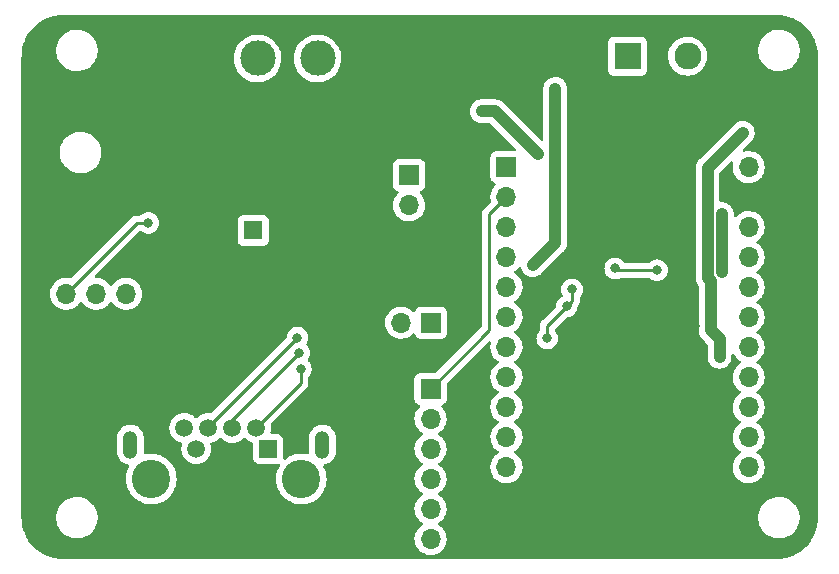
<source format=gbr>
G04 #@! TF.GenerationSoftware,KiCad,Pcbnew,(6.0.0)*
G04 #@! TF.CreationDate,2022-07-24T20:55:29-05:00*
G04 #@! TF.ProjectId,SimpleBuildSoundsAmp,53696d70-6c65-4427-9569-6c64536f756e,rev?*
G04 #@! TF.SameCoordinates,Original*
G04 #@! TF.FileFunction,Copper,L1,Top*
G04 #@! TF.FilePolarity,Positive*
%FSLAX46Y46*%
G04 Gerber Fmt 4.6, Leading zero omitted, Abs format (unit mm)*
G04 Created by KiCad (PCBNEW (6.0.0)) date 2022-07-24 20:55:29*
%MOMM*%
%LPD*%
G01*
G04 APERTURE LIST*
G04 #@! TA.AperFunction,ComponentPad*
%ADD10R,1.700000X1.700000*%
G04 #@! TD*
G04 #@! TA.AperFunction,ComponentPad*
%ADD11O,1.700000X1.700000*%
G04 #@! TD*
G04 #@! TA.AperFunction,ComponentPad*
%ADD12R,1.600000X1.600000*%
G04 #@! TD*
G04 #@! TA.AperFunction,ComponentPad*
%ADD13C,1.600000*%
G04 #@! TD*
G04 #@! TA.AperFunction,WasherPad*
%ADD14C,3.250000*%
G04 #@! TD*
G04 #@! TA.AperFunction,ComponentPad*
%ADD15R,1.500000X1.500000*%
G04 #@! TD*
G04 #@! TA.AperFunction,ComponentPad*
%ADD16C,1.500000*%
G04 #@! TD*
G04 #@! TA.AperFunction,ComponentPad*
%ADD17O,1.259000X2.362000*%
G04 #@! TD*
G04 #@! TA.AperFunction,ComponentPad*
%ADD18R,2.286000X2.286000*%
G04 #@! TD*
G04 #@! TA.AperFunction,ComponentPad*
%ADD19C,2.286000*%
G04 #@! TD*
G04 #@! TA.AperFunction,ComponentPad*
%ADD20R,3.000000X3.000000*%
G04 #@! TD*
G04 #@! TA.AperFunction,ComponentPad*
%ADD21C,3.000000*%
G04 #@! TD*
G04 #@! TA.AperFunction,ComponentPad*
%ADD22C,0.800000*%
G04 #@! TD*
G04 #@! TA.AperFunction,ViaPad*
%ADD23C,0.800000*%
G04 #@! TD*
G04 #@! TA.AperFunction,Conductor*
%ADD24C,0.250000*%
G04 #@! TD*
G04 #@! TA.AperFunction,Conductor*
%ADD25C,1.000000*%
G04 #@! TD*
G04 APERTURE END LIST*
D10*
X168660000Y-70470000D03*
D11*
X166120000Y-70470000D03*
D12*
X153600000Y-62650000D03*
D13*
X157100000Y-62650000D03*
D10*
X135220000Y-68020000D03*
D11*
X137760000Y-68020000D03*
X140300000Y-68020000D03*
X142840000Y-68020000D03*
D14*
X144981680Y-83700820D03*
X157681680Y-83700820D03*
D15*
X154880980Y-81160820D03*
D16*
X153860980Y-79380820D03*
X152850980Y-81160820D03*
X151830980Y-79380820D03*
X150820980Y-81160820D03*
X149800980Y-79380820D03*
X148790980Y-81160820D03*
X147770980Y-79380820D03*
D17*
X143201680Y-80798870D03*
X159461680Y-80798870D03*
D18*
X185300000Y-47900000D03*
D19*
X190380000Y-47900000D03*
D10*
X175050000Y-57300000D03*
D11*
X195550000Y-57300000D03*
X175050000Y-59840000D03*
X195550000Y-59840000D03*
X175050000Y-62380000D03*
X195550000Y-62380000D03*
X175050000Y-64920000D03*
X195550000Y-64920000D03*
X175050000Y-67460000D03*
X195550000Y-67460000D03*
X175050000Y-70000000D03*
X195550000Y-70000000D03*
X175050000Y-72540000D03*
X195550000Y-72540000D03*
X175050000Y-75080000D03*
X195550000Y-75080000D03*
X175050000Y-77620000D03*
X195550000Y-77620000D03*
X175050000Y-80160000D03*
X195550000Y-80160000D03*
X175050000Y-82700000D03*
X195550000Y-82700000D03*
D20*
X148900000Y-48100000D03*
D21*
X153980000Y-48100000D03*
X159060000Y-48100000D03*
D10*
X166810000Y-57980000D03*
D11*
X166810000Y-60520000D03*
X166810000Y-63060000D03*
D10*
X168620000Y-76075000D03*
D11*
X166080000Y-76075000D03*
X168620000Y-78615000D03*
X166080000Y-78615000D03*
X168620000Y-81155000D03*
X166080000Y-81155000D03*
X168620000Y-83695000D03*
X166080000Y-83695000D03*
X168620000Y-86235000D03*
X166080000Y-86235000D03*
X168620000Y-88775000D03*
X166080000Y-88775000D03*
D22*
X185550000Y-71025000D03*
X184943575Y-72237850D03*
X184337150Y-71025000D03*
X186156425Y-72237850D03*
X186762850Y-71025000D03*
X186156425Y-69812150D03*
X184943575Y-69812150D03*
D23*
X191025000Y-74300000D03*
X199350000Y-78175000D03*
X157210000Y-69090000D03*
X185130000Y-81940000D03*
X160750000Y-60925000D03*
X178940000Y-76400000D03*
X177630000Y-80020000D03*
X147500000Y-69990000D03*
X191000000Y-70725000D03*
X157520000Y-73030000D03*
X184250000Y-65875000D03*
X178500000Y-71799990D03*
X180600033Y-67655501D03*
X187800000Y-66025000D03*
X180150024Y-69098308D03*
X144732520Y-62029609D03*
X157350000Y-71740000D03*
X193300000Y-66200000D03*
X177700000Y-56200000D03*
X193275000Y-61275000D03*
X172950000Y-52575000D03*
X177290000Y-65590000D03*
X179180000Y-50680000D03*
X193090000Y-73350000D03*
X195050000Y-54380000D03*
X157636510Y-74364990D03*
D24*
X151830980Y-78719020D02*
X151830980Y-79380820D01*
X157520000Y-73030000D02*
X151830980Y-78719020D01*
X187800000Y-66025000D02*
X184400000Y-66025000D01*
X184400000Y-66025000D02*
X184250000Y-65875000D01*
X180600033Y-67655501D02*
X180600033Y-68648299D01*
X178500000Y-70748332D02*
X180150024Y-69098308D01*
X178500000Y-71799990D02*
X178500000Y-70748332D01*
X180600033Y-68648299D02*
X180150024Y-69098308D01*
X137760000Y-68020000D02*
X143750391Y-62029609D01*
X143750391Y-62029609D02*
X144732520Y-62029609D01*
X173606778Y-61283222D02*
X175050000Y-59840000D01*
X168620000Y-76075000D02*
X173606778Y-71088222D01*
X173606778Y-71088222D02*
X173606778Y-61283222D01*
X157350000Y-71740000D02*
X149800980Y-79289020D01*
X149800980Y-79289020D02*
X149800980Y-79380820D01*
D25*
X174075000Y-52575000D02*
X172950000Y-52575000D01*
X193300000Y-61300000D02*
X193275000Y-61275000D01*
X177700000Y-56200000D02*
X174075000Y-52575000D01*
X193300000Y-66200000D02*
X193300000Y-61300000D01*
X179180000Y-63700000D02*
X179180000Y-50680000D01*
X177290000Y-65590000D02*
X179180000Y-63700000D01*
X192074991Y-61772061D02*
X192074991Y-57355009D01*
X192099990Y-61797060D02*
X192074991Y-61772061D01*
X193090000Y-73350000D02*
X193090000Y-71880456D01*
X192340000Y-71130456D02*
X192340000Y-66937070D01*
X193090000Y-71880456D02*
X192340000Y-71130456D01*
X192099990Y-66697060D02*
X192099990Y-61797060D01*
X192340000Y-66937070D02*
X192099990Y-66697060D01*
X192074991Y-57355009D02*
X195050000Y-54380000D01*
D24*
X157636510Y-75605290D02*
X157636510Y-74364990D01*
X153860980Y-79380820D02*
X157636510Y-75605290D01*
G04 #@! TA.AperFunction,Conductor*
G36*
X197899557Y-44429000D02*
G01*
X197914358Y-44431305D01*
X197914361Y-44431305D01*
X197923230Y-44432686D01*
X197942554Y-44430159D01*
X197965070Y-44429247D01*
X198265649Y-44444014D01*
X198277943Y-44445224D01*
X198604729Y-44493699D01*
X198616850Y-44496109D01*
X198711704Y-44519869D01*
X198937313Y-44576382D01*
X198949145Y-44579971D01*
X199260194Y-44691265D01*
X199271618Y-44695997D01*
X199570258Y-44837244D01*
X199581163Y-44843073D01*
X199864523Y-45012912D01*
X199874804Y-45019782D01*
X200140147Y-45216574D01*
X200149705Y-45224418D01*
X200394484Y-45446272D01*
X200403228Y-45455016D01*
X200625082Y-45699795D01*
X200632926Y-45709353D01*
X200829718Y-45974696D01*
X200836588Y-45984977D01*
X201006427Y-46268337D01*
X201012256Y-46279242D01*
X201153503Y-46577882D01*
X201158235Y-46589306D01*
X201269529Y-46900355D01*
X201273118Y-46912187D01*
X201353390Y-47232646D01*
X201355801Y-47244771D01*
X201402713Y-47561020D01*
X201404275Y-47571552D01*
X201405486Y-47583853D01*
X201417631Y-47831055D01*
X201419891Y-47877061D01*
X201418542Y-47902632D01*
X201418195Y-47904857D01*
X201418195Y-47904861D01*
X201416814Y-47913730D01*
X201417978Y-47922632D01*
X201417978Y-47922635D01*
X201420936Y-47945251D01*
X201422000Y-47961589D01*
X201422000Y-86923172D01*
X201420500Y-86942556D01*
X201416814Y-86966230D01*
X201419274Y-86985039D01*
X201419341Y-86985550D01*
X201420253Y-87008070D01*
X201414680Y-87121520D01*
X201405487Y-87308643D01*
X201404276Y-87320943D01*
X201357351Y-87637281D01*
X201355802Y-87647726D01*
X201353390Y-87659854D01*
X201273118Y-87980313D01*
X201269529Y-87992145D01*
X201158235Y-88303194D01*
X201153503Y-88314618D01*
X201012256Y-88613258D01*
X201006427Y-88624163D01*
X200836588Y-88907523D01*
X200829718Y-88917804D01*
X200632926Y-89183147D01*
X200625082Y-89192705D01*
X200403228Y-89437484D01*
X200394484Y-89446228D01*
X200149705Y-89668082D01*
X200140147Y-89675926D01*
X199874804Y-89872718D01*
X199864523Y-89879588D01*
X199581163Y-90049427D01*
X199570258Y-90055256D01*
X199271618Y-90196503D01*
X199260194Y-90201235D01*
X198949145Y-90312529D01*
X198937313Y-90316118D01*
X198711704Y-90372631D01*
X198616850Y-90396391D01*
X198604729Y-90398801D01*
X198277943Y-90447276D01*
X198265647Y-90448486D01*
X197972434Y-90462891D01*
X197946868Y-90461542D01*
X197944643Y-90461195D01*
X197944639Y-90461195D01*
X197935770Y-90459814D01*
X197926868Y-90460978D01*
X197926865Y-90460978D01*
X197907583Y-90463500D01*
X197905228Y-90463808D01*
X197904249Y-90463936D01*
X197887911Y-90465000D01*
X137526828Y-90465000D01*
X137507443Y-90463500D01*
X137492642Y-90461195D01*
X137492639Y-90461195D01*
X137483770Y-90459814D01*
X137464446Y-90462341D01*
X137441930Y-90463253D01*
X137141351Y-90448486D01*
X137129057Y-90447276D01*
X136802271Y-90398801D01*
X136790150Y-90396391D01*
X136695296Y-90372631D01*
X136469687Y-90316118D01*
X136457855Y-90312529D01*
X136146806Y-90201235D01*
X136135382Y-90196503D01*
X135836742Y-90055256D01*
X135825837Y-90049427D01*
X135542477Y-89879588D01*
X135532196Y-89872718D01*
X135266853Y-89675926D01*
X135257295Y-89668082D01*
X135012516Y-89446228D01*
X135003772Y-89437484D01*
X134781918Y-89192705D01*
X134774074Y-89183147D01*
X134577282Y-88917804D01*
X134570412Y-88907523D01*
X134471019Y-88741695D01*
X167257251Y-88741695D01*
X167257548Y-88746848D01*
X167257548Y-88746851D01*
X167266812Y-88907523D01*
X167270110Y-88964715D01*
X167271247Y-88969761D01*
X167271248Y-88969767D01*
X167291119Y-89057939D01*
X167319222Y-89182639D01*
X167403266Y-89389616D01*
X167519987Y-89580088D01*
X167666250Y-89748938D01*
X167838126Y-89891632D01*
X168031000Y-90004338D01*
X168239692Y-90084030D01*
X168244760Y-90085061D01*
X168244763Y-90085062D01*
X168352017Y-90106883D01*
X168458597Y-90128567D01*
X168463772Y-90128757D01*
X168463774Y-90128757D01*
X168676673Y-90136564D01*
X168676677Y-90136564D01*
X168681837Y-90136753D01*
X168686957Y-90136097D01*
X168686959Y-90136097D01*
X168898288Y-90109025D01*
X168898289Y-90109025D01*
X168903416Y-90108368D01*
X168908366Y-90106883D01*
X169112429Y-90045661D01*
X169112434Y-90045659D01*
X169117384Y-90044174D01*
X169317994Y-89945896D01*
X169499860Y-89816173D01*
X169658096Y-89658489D01*
X169717594Y-89575689D01*
X169785435Y-89481277D01*
X169788453Y-89477077D01*
X169803700Y-89446228D01*
X169885136Y-89281453D01*
X169885137Y-89281451D01*
X169887430Y-89276811D01*
X169952370Y-89063069D01*
X169981529Y-88841590D01*
X169983156Y-88775000D01*
X169964852Y-88552361D01*
X169910431Y-88335702D01*
X169821354Y-88130840D01*
X169700014Y-87943277D01*
X169549670Y-87778051D01*
X169545619Y-87774852D01*
X169545615Y-87774848D01*
X169378414Y-87642800D01*
X169378410Y-87642798D01*
X169374359Y-87639598D01*
X169333053Y-87616796D01*
X169283084Y-87566364D01*
X169268312Y-87496921D01*
X169293428Y-87430516D01*
X169320780Y-87403909D01*
X169374184Y-87365816D01*
X169499860Y-87276173D01*
X169658096Y-87118489D01*
X169685642Y-87080155D01*
X196359858Y-87080155D01*
X196395104Y-87339138D01*
X196396412Y-87343624D01*
X196396412Y-87343626D01*
X196413983Y-87403909D01*
X196468243Y-87590067D01*
X196577668Y-87827428D01*
X196580231Y-87831337D01*
X196718410Y-88042096D01*
X196718414Y-88042101D01*
X196720976Y-88046009D01*
X196895018Y-88241006D01*
X197095970Y-88408137D01*
X197099973Y-88410566D01*
X197315422Y-88541304D01*
X197315426Y-88541306D01*
X197319419Y-88543729D01*
X197560455Y-88644803D01*
X197813783Y-88709141D01*
X197818434Y-88709609D01*
X197818438Y-88709610D01*
X198011308Y-88729031D01*
X198030867Y-88731000D01*
X198186354Y-88731000D01*
X198188679Y-88730827D01*
X198188685Y-88730827D01*
X198376000Y-88716907D01*
X198376004Y-88716906D01*
X198380652Y-88716561D01*
X198385200Y-88715532D01*
X198385206Y-88715531D01*
X198571601Y-88673353D01*
X198635577Y-88658877D01*
X198671769Y-88644803D01*
X198874824Y-88565840D01*
X198874827Y-88565839D01*
X198879177Y-88564147D01*
X198890769Y-88557522D01*
X198965887Y-88514588D01*
X199106098Y-88434451D01*
X199311357Y-88272638D01*
X199490443Y-88082263D01*
X199639424Y-87867509D01*
X199661284Y-87823182D01*
X199752960Y-87637281D01*
X199752961Y-87637278D01*
X199755025Y-87633093D01*
X199759499Y-87619118D01*
X199833280Y-87388623D01*
X199834707Y-87384165D01*
X199876721Y-87126193D01*
X199878430Y-86995662D01*
X199880081Y-86869522D01*
X199880081Y-86869519D01*
X199880142Y-86864845D01*
X199844896Y-86605862D01*
X199830473Y-86556377D01*
X199793569Y-86429767D01*
X199771757Y-86354933D01*
X199662332Y-86117572D01*
X199568588Y-85974588D01*
X199521590Y-85902904D01*
X199521586Y-85902899D01*
X199519024Y-85898991D01*
X199344982Y-85703994D01*
X199144030Y-85536863D01*
X199036617Y-85471683D01*
X198924578Y-85403696D01*
X198924574Y-85403694D01*
X198920581Y-85401271D01*
X198679545Y-85300197D01*
X198426217Y-85235859D01*
X198421566Y-85235391D01*
X198421562Y-85235390D01*
X198212271Y-85214316D01*
X198209133Y-85214000D01*
X198053646Y-85214000D01*
X198051321Y-85214173D01*
X198051315Y-85214173D01*
X197864000Y-85228093D01*
X197863996Y-85228094D01*
X197859348Y-85228439D01*
X197854800Y-85229468D01*
X197854794Y-85229469D01*
X197668399Y-85271647D01*
X197604423Y-85286123D01*
X197600071Y-85287815D01*
X197600069Y-85287816D01*
X197365176Y-85379160D01*
X197365173Y-85379161D01*
X197360823Y-85380853D01*
X197133902Y-85510549D01*
X196928643Y-85672362D01*
X196749557Y-85862737D01*
X196600576Y-86077491D01*
X196598510Y-86081681D01*
X196598508Y-86081684D01*
X196488427Y-86304908D01*
X196484975Y-86311907D01*
X196405293Y-86560835D01*
X196363279Y-86818807D01*
X196362876Y-86849616D01*
X196360802Y-87008073D01*
X196359858Y-87080155D01*
X169685642Y-87080155D01*
X169717594Y-87035689D01*
X169785435Y-86941277D01*
X169788453Y-86937077D01*
X169791501Y-86930911D01*
X169885136Y-86741453D01*
X169885137Y-86741451D01*
X169887430Y-86736811D01*
X169925808Y-86610493D01*
X169950865Y-86528023D01*
X169950865Y-86528021D01*
X169952370Y-86523069D01*
X169981529Y-86301590D01*
X169983156Y-86235000D01*
X169964852Y-86012361D01*
X169910431Y-85795702D01*
X169821354Y-85590840D01*
X169741154Y-85466870D01*
X169702822Y-85407617D01*
X169702820Y-85407614D01*
X169700014Y-85403277D01*
X169549670Y-85238051D01*
X169545619Y-85234852D01*
X169545615Y-85234848D01*
X169378414Y-85102800D01*
X169378410Y-85102798D01*
X169374359Y-85099598D01*
X169333053Y-85076796D01*
X169283084Y-85026364D01*
X169268312Y-84956921D01*
X169293428Y-84890516D01*
X169320780Y-84863909D01*
X169364603Y-84832650D01*
X169499860Y-84736173D01*
X169658096Y-84578489D01*
X169693287Y-84529516D01*
X169785435Y-84401277D01*
X169788453Y-84397077D01*
X169825103Y-84322922D01*
X169885136Y-84201453D01*
X169885137Y-84201451D01*
X169887430Y-84196811D01*
X169944169Y-84010062D01*
X169950865Y-83988023D01*
X169950865Y-83988021D01*
X169952370Y-83983069D01*
X169981529Y-83761590D01*
X169983156Y-83695000D01*
X169964852Y-83472361D01*
X169910431Y-83255702D01*
X169821354Y-83050840D01*
X169700014Y-82863277D01*
X169549670Y-82698051D01*
X169545619Y-82694852D01*
X169545615Y-82694848D01*
X169378414Y-82562800D01*
X169378410Y-82562798D01*
X169374359Y-82559598D01*
X169333053Y-82536796D01*
X169283084Y-82486364D01*
X169268312Y-82416921D01*
X169293428Y-82350516D01*
X169320780Y-82323909D01*
X169389383Y-82274975D01*
X169499860Y-82196173D01*
X169658096Y-82038489D01*
X169676211Y-82013280D01*
X169785435Y-81861277D01*
X169788453Y-81857077D01*
X169793725Y-81846411D01*
X169885136Y-81661453D01*
X169885137Y-81661451D01*
X169887430Y-81656811D01*
X169938337Y-81489257D01*
X169950865Y-81448023D01*
X169950865Y-81448021D01*
X169952370Y-81443069D01*
X169981529Y-81221590D01*
X169983156Y-81155000D01*
X169964852Y-80932361D01*
X169910431Y-80715702D01*
X169821354Y-80510840D01*
X169777427Y-80442939D01*
X169702822Y-80327617D01*
X169702820Y-80327614D01*
X169700014Y-80323277D01*
X169549670Y-80158051D01*
X169545619Y-80154852D01*
X169545615Y-80154848D01*
X169378414Y-80022800D01*
X169378410Y-80022798D01*
X169374359Y-80019598D01*
X169333053Y-79996796D01*
X169283084Y-79946364D01*
X169268312Y-79876921D01*
X169293428Y-79810516D01*
X169320780Y-79783909D01*
X169377140Y-79743708D01*
X169499860Y-79656173D01*
X169531227Y-79624916D01*
X169581209Y-79575107D01*
X169658096Y-79498489D01*
X169717594Y-79415689D01*
X169785435Y-79321277D01*
X169788453Y-79317077D01*
X169793725Y-79306411D01*
X169885136Y-79121453D01*
X169885137Y-79121451D01*
X169887430Y-79116811D01*
X169940007Y-78943759D01*
X169950865Y-78908023D01*
X169950865Y-78908021D01*
X169952370Y-78903069D01*
X169981529Y-78681590D01*
X169982117Y-78657529D01*
X169983074Y-78618365D01*
X169983074Y-78618361D01*
X169983156Y-78615000D01*
X169964852Y-78392361D01*
X169910431Y-78175702D01*
X169821354Y-77970840D01*
X169700014Y-77783277D01*
X169696532Y-77779450D01*
X169552798Y-77621488D01*
X169521746Y-77557642D01*
X169530141Y-77487143D01*
X169575317Y-77432375D01*
X169601761Y-77418706D01*
X169708297Y-77378767D01*
X169716705Y-77375615D01*
X169833261Y-77288261D01*
X169920615Y-77171705D01*
X169971745Y-77035316D01*
X169978500Y-76973134D01*
X169978500Y-75664594D01*
X169998502Y-75596473D01*
X170015405Y-75575499D01*
X171946959Y-73643945D01*
X173527869Y-72063036D01*
X173590179Y-72029011D01*
X173660994Y-72034076D01*
X173717830Y-72076623D01*
X173742641Y-72143143D01*
X173738380Y-72185802D01*
X173710989Y-72284570D01*
X173687251Y-72506695D01*
X173687548Y-72511848D01*
X173687548Y-72511851D01*
X173693011Y-72606590D01*
X173700110Y-72729715D01*
X173701247Y-72734761D01*
X173701248Y-72734767D01*
X173721119Y-72822939D01*
X173749222Y-72947639D01*
X173833266Y-73154616D01*
X173949987Y-73345088D01*
X174096250Y-73513938D01*
X174268126Y-73656632D01*
X174318596Y-73686124D01*
X174341445Y-73699476D01*
X174390169Y-73751114D01*
X174403240Y-73820897D01*
X174376509Y-73886669D01*
X174336055Y-73920027D01*
X174323607Y-73926507D01*
X174319474Y-73929610D01*
X174319471Y-73929612D01*
X174149100Y-74057530D01*
X174144965Y-74060635D01*
X174136677Y-74069308D01*
X174021217Y-74190130D01*
X173990629Y-74222138D01*
X173987715Y-74226410D01*
X173987714Y-74226411D01*
X173947052Y-74286020D01*
X173864743Y-74406680D01*
X173770688Y-74609305D01*
X173710989Y-74824570D01*
X173687251Y-75046695D01*
X173687548Y-75051848D01*
X173687548Y-75051851D01*
X173694756Y-75176866D01*
X173700110Y-75269715D01*
X173701247Y-75274761D01*
X173701248Y-75274767D01*
X173704838Y-75290696D01*
X173749222Y-75487639D01*
X173833266Y-75694616D01*
X173835965Y-75699020D01*
X173946313Y-75879092D01*
X173949987Y-75885088D01*
X174096250Y-76053938D01*
X174268126Y-76196632D01*
X174338595Y-76237811D01*
X174341445Y-76239476D01*
X174390169Y-76291114D01*
X174403240Y-76360897D01*
X174376509Y-76426669D01*
X174336055Y-76460027D01*
X174323607Y-76466507D01*
X174319474Y-76469610D01*
X174319471Y-76469612D01*
X174295247Y-76487800D01*
X174144965Y-76600635D01*
X173990629Y-76762138D01*
X173864743Y-76946680D01*
X173770688Y-77149305D01*
X173710989Y-77364570D01*
X173687251Y-77586695D01*
X173687548Y-77591848D01*
X173687548Y-77591851D01*
X173693011Y-77686590D01*
X173700110Y-77809715D01*
X173701247Y-77814761D01*
X173701248Y-77814767D01*
X173721119Y-77902939D01*
X173749222Y-78027639D01*
X173833266Y-78234616D01*
X173865222Y-78286764D01*
X173933095Y-78397522D01*
X173949987Y-78425088D01*
X174096250Y-78593938D01*
X174268126Y-78736632D01*
X174338595Y-78777811D01*
X174341445Y-78779476D01*
X174390169Y-78831114D01*
X174403240Y-78900897D01*
X174376509Y-78966669D01*
X174336055Y-79000027D01*
X174323607Y-79006507D01*
X174319474Y-79009610D01*
X174319471Y-79009612D01*
X174170513Y-79121453D01*
X174144965Y-79140635D01*
X173990629Y-79302138D01*
X173864743Y-79486680D01*
X173849003Y-79520590D01*
X173784676Y-79659171D01*
X173770688Y-79689305D01*
X173710989Y-79904570D01*
X173687251Y-80126695D01*
X173687548Y-80131848D01*
X173687548Y-80131851D01*
X173698365Y-80319457D01*
X173700110Y-80349715D01*
X173701247Y-80354761D01*
X173701248Y-80354767D01*
X173703033Y-80362686D01*
X173749222Y-80567639D01*
X173796595Y-80684305D01*
X173830035Y-80766658D01*
X173833266Y-80774616D01*
X173835965Y-80779020D01*
X173933095Y-80937522D01*
X173949987Y-80965088D01*
X174096250Y-81133938D01*
X174268126Y-81276632D01*
X174338595Y-81317811D01*
X174341445Y-81319476D01*
X174390169Y-81371114D01*
X174403240Y-81440897D01*
X174376509Y-81506669D01*
X174336055Y-81540027D01*
X174323607Y-81546507D01*
X174319474Y-81549610D01*
X174319471Y-81549612D01*
X174170513Y-81661453D01*
X174144965Y-81680635D01*
X174141393Y-81684373D01*
X174033169Y-81797623D01*
X173990629Y-81842138D01*
X173864743Y-82026680D01*
X173849003Y-82060590D01*
X173784676Y-82199171D01*
X173770688Y-82229305D01*
X173710989Y-82444570D01*
X173687251Y-82666695D01*
X173687548Y-82671848D01*
X173687548Y-82671851D01*
X173693011Y-82766590D01*
X173700110Y-82889715D01*
X173701247Y-82894761D01*
X173701248Y-82894767D01*
X173721119Y-82982939D01*
X173749222Y-83107639D01*
X173833266Y-83314616D01*
X173835965Y-83319020D01*
X173933095Y-83477522D01*
X173949987Y-83505088D01*
X174096250Y-83673938D01*
X174268126Y-83816632D01*
X174461000Y-83929338D01*
X174669692Y-84009030D01*
X174674760Y-84010061D01*
X174674763Y-84010062D01*
X174778066Y-84031079D01*
X174888597Y-84053567D01*
X174893772Y-84053757D01*
X174893774Y-84053757D01*
X175106673Y-84061564D01*
X175106677Y-84061564D01*
X175111837Y-84061753D01*
X175116957Y-84061097D01*
X175116959Y-84061097D01*
X175328288Y-84034025D01*
X175328289Y-84034025D01*
X175333416Y-84033368D01*
X175341046Y-84031079D01*
X175542429Y-83970661D01*
X175542434Y-83970659D01*
X175547384Y-83969174D01*
X175747994Y-83870896D01*
X175929860Y-83741173D01*
X176088096Y-83583489D01*
X176147594Y-83500689D01*
X176215435Y-83406277D01*
X176218453Y-83402077D01*
X176223091Y-83392694D01*
X176315136Y-83206453D01*
X176315137Y-83206451D01*
X176317430Y-83201811D01*
X176349900Y-83094940D01*
X176380865Y-82993023D01*
X176380865Y-82993021D01*
X176382370Y-82988069D01*
X176411529Y-82766590D01*
X176413156Y-82700000D01*
X176394852Y-82477361D01*
X176340431Y-82260702D01*
X176251354Y-82055840D01*
X176130014Y-81868277D01*
X175979670Y-81703051D01*
X175975619Y-81699852D01*
X175975615Y-81699848D01*
X175808414Y-81567800D01*
X175808410Y-81567798D01*
X175804359Y-81564598D01*
X175763053Y-81541796D01*
X175713084Y-81491364D01*
X175698312Y-81421921D01*
X175723428Y-81355516D01*
X175750780Y-81328909D01*
X175794603Y-81297650D01*
X175929860Y-81201173D01*
X175975849Y-81155345D01*
X176084435Y-81047137D01*
X176088096Y-81043489D01*
X176147594Y-80960689D01*
X176215435Y-80866277D01*
X176218453Y-80862077D01*
X176266848Y-80764158D01*
X176315136Y-80666453D01*
X176315137Y-80666451D01*
X176317430Y-80661811D01*
X176349900Y-80554940D01*
X176380865Y-80453023D01*
X176380865Y-80453021D01*
X176382370Y-80448069D01*
X176411529Y-80226590D01*
X176411611Y-80223240D01*
X176413074Y-80163365D01*
X176413074Y-80163361D01*
X176413156Y-80160000D01*
X176394852Y-79937361D01*
X176340431Y-79720702D01*
X176251354Y-79515840D01*
X176130014Y-79328277D01*
X175979670Y-79163051D01*
X175975619Y-79159852D01*
X175975615Y-79159848D01*
X175808414Y-79027800D01*
X175808410Y-79027798D01*
X175804359Y-79024598D01*
X175763053Y-79001796D01*
X175713084Y-78951364D01*
X175698312Y-78881921D01*
X175723428Y-78815516D01*
X175750780Y-78788909D01*
X175812818Y-78744658D01*
X175929860Y-78661173D01*
X176088096Y-78503489D01*
X176147594Y-78420689D01*
X176215435Y-78326277D01*
X176218453Y-78322077D01*
X176234346Y-78289921D01*
X176315136Y-78126453D01*
X176315137Y-78126451D01*
X176317430Y-78121811D01*
X176349900Y-78014940D01*
X176380865Y-77913023D01*
X176380865Y-77913021D01*
X176382370Y-77908069D01*
X176411529Y-77686590D01*
X176411611Y-77683240D01*
X176413074Y-77623365D01*
X176413074Y-77623361D01*
X176413156Y-77620000D01*
X176394852Y-77397361D01*
X176340431Y-77180702D01*
X176251354Y-76975840D01*
X176130014Y-76788277D01*
X175979670Y-76623051D01*
X175975619Y-76619852D01*
X175975615Y-76619848D01*
X175808414Y-76487800D01*
X175808410Y-76487798D01*
X175804359Y-76484598D01*
X175763053Y-76461796D01*
X175713084Y-76411364D01*
X175698312Y-76341921D01*
X175723428Y-76275516D01*
X175750780Y-76248909D01*
X175794603Y-76217650D01*
X175929860Y-76121173D01*
X176088096Y-75963489D01*
X176117149Y-75923058D01*
X176215435Y-75786277D01*
X176218453Y-75782077D01*
X176239365Y-75739766D01*
X176315136Y-75586453D01*
X176315137Y-75586451D01*
X176317430Y-75581811D01*
X176382370Y-75368069D01*
X176411529Y-75146590D01*
X176412309Y-75114684D01*
X176413074Y-75083365D01*
X176413074Y-75083361D01*
X176413156Y-75080000D01*
X176394852Y-74857361D01*
X176340431Y-74640702D01*
X176251354Y-74435840D01*
X176154431Y-74286020D01*
X176132822Y-74252617D01*
X176132820Y-74252614D01*
X176130014Y-74248277D01*
X175979670Y-74083051D01*
X175975619Y-74079852D01*
X175975615Y-74079848D01*
X175808414Y-73947800D01*
X175808410Y-73947798D01*
X175804359Y-73944598D01*
X175763053Y-73921796D01*
X175713084Y-73871364D01*
X175698312Y-73801921D01*
X175723428Y-73735516D01*
X175750780Y-73708909D01*
X175794603Y-73677650D01*
X175929860Y-73581173D01*
X176088096Y-73423489D01*
X176102940Y-73402832D01*
X176215435Y-73246277D01*
X176218453Y-73242077D01*
X176230446Y-73217812D01*
X176315136Y-73046453D01*
X176315137Y-73046451D01*
X176317430Y-73041811D01*
X176382370Y-72828069D01*
X176411529Y-72606590D01*
X176413156Y-72540000D01*
X176394852Y-72317361D01*
X176340431Y-72100702D01*
X176251354Y-71895840D01*
X176204721Y-71823757D01*
X176189346Y-71799990D01*
X177586496Y-71799990D01*
X177587186Y-71806555D01*
X177604251Y-71968915D01*
X177606458Y-71989918D01*
X177665473Y-72171546D01*
X177760960Y-72336934D01*
X177888747Y-72478856D01*
X178043248Y-72591108D01*
X178049276Y-72593792D01*
X178049278Y-72593793D01*
X178208604Y-72664729D01*
X178217712Y-72668784D01*
X178311112Y-72688637D01*
X178398056Y-72707118D01*
X178398061Y-72707118D01*
X178404513Y-72708490D01*
X178595487Y-72708490D01*
X178601939Y-72707118D01*
X178601944Y-72707118D01*
X178688888Y-72688637D01*
X178782288Y-72668784D01*
X178791396Y-72664729D01*
X178950722Y-72593793D01*
X178950724Y-72593792D01*
X178956752Y-72591108D01*
X179111253Y-72478856D01*
X179239040Y-72336934D01*
X179334527Y-72171546D01*
X179393542Y-71989918D01*
X179395750Y-71968915D01*
X179412814Y-71806555D01*
X179413504Y-71799990D01*
X179402651Y-71696731D01*
X179394232Y-71616625D01*
X179394232Y-71616623D01*
X179393542Y-71610062D01*
X179334527Y-71428434D01*
X179327850Y-71416868D01*
X179271726Y-71319660D01*
X179239040Y-71263046D01*
X179165863Y-71181775D01*
X179135147Y-71117769D01*
X179133500Y-71097466D01*
X179133500Y-71062926D01*
X179153502Y-70994805D01*
X179170405Y-70973831D01*
X180100523Y-70043713D01*
X180162835Y-70009687D01*
X180189618Y-70006808D01*
X180245511Y-70006808D01*
X180251963Y-70005436D01*
X180251968Y-70005436D01*
X180338911Y-69986955D01*
X180432312Y-69967102D01*
X180444755Y-69961562D01*
X180600746Y-69892111D01*
X180600748Y-69892110D01*
X180606776Y-69889426D01*
X180761277Y-69777174D01*
X180765699Y-69772263D01*
X180884645Y-69640160D01*
X180884646Y-69640159D01*
X180889064Y-69635252D01*
X180965833Y-69502285D01*
X180981247Y-69475587D01*
X180981248Y-69475586D01*
X180984551Y-69469864D01*
X181043566Y-69288236D01*
X181046877Y-69256739D01*
X181061244Y-69120039D01*
X181088257Y-69054383D01*
X181094704Y-69046957D01*
X181111192Y-69029399D01*
X181116619Y-69023620D01*
X181120438Y-69016674D01*
X181120440Y-69016671D01*
X181126381Y-69005865D01*
X181137232Y-68989346D01*
X181141089Y-68984373D01*
X181149647Y-68973340D01*
X181152792Y-68966071D01*
X181152795Y-68966067D01*
X181167207Y-68932762D01*
X181172424Y-68922112D01*
X181193728Y-68883359D01*
X181198766Y-68863736D01*
X181205170Y-68845033D01*
X181210066Y-68833719D01*
X181210066Y-68833718D01*
X181213214Y-68826444D01*
X181214453Y-68818621D01*
X181214456Y-68818611D01*
X181220132Y-68782775D01*
X181222538Y-68771155D01*
X181231561Y-68736010D01*
X181231561Y-68736009D01*
X181233533Y-68728329D01*
X181233533Y-68708075D01*
X181235084Y-68688364D01*
X181237013Y-68676185D01*
X181238253Y-68668356D01*
X181234092Y-68624337D01*
X181233533Y-68612480D01*
X181233533Y-68358025D01*
X181253535Y-68289904D01*
X181265891Y-68273722D01*
X181339073Y-68192445D01*
X181434560Y-68027057D01*
X181493575Y-67845429D01*
X181513537Y-67655501D01*
X181502900Y-67554297D01*
X181494265Y-67472136D01*
X181494265Y-67472134D01*
X181493575Y-67465573D01*
X181434560Y-67283945D01*
X181419498Y-67257856D01*
X181391139Y-67208737D01*
X181339073Y-67118557D01*
X181312165Y-67088672D01*
X181215708Y-66981546D01*
X181215707Y-66981545D01*
X181211286Y-66976635D01*
X181089016Y-66887800D01*
X181062127Y-66868264D01*
X181062126Y-66868263D01*
X181056785Y-66864383D01*
X181050757Y-66861699D01*
X181050755Y-66861698D01*
X180888352Y-66789392D01*
X180888351Y-66789392D01*
X180882321Y-66786707D01*
X180772469Y-66763357D01*
X180701977Y-66748373D01*
X180701972Y-66748373D01*
X180695520Y-66747001D01*
X180504546Y-66747001D01*
X180498094Y-66748373D01*
X180498089Y-66748373D01*
X180427597Y-66763357D01*
X180317745Y-66786707D01*
X180311715Y-66789392D01*
X180311714Y-66789392D01*
X180149311Y-66861698D01*
X180149309Y-66861699D01*
X180143281Y-66864383D01*
X180137940Y-66868263D01*
X180137939Y-66868264D01*
X180111050Y-66887800D01*
X179988780Y-66976635D01*
X179984359Y-66981545D01*
X179984358Y-66981546D01*
X179887902Y-67088672D01*
X179860993Y-67118557D01*
X179808927Y-67208737D01*
X179780569Y-67257856D01*
X179765506Y-67283945D01*
X179706491Y-67465573D01*
X179705801Y-67472134D01*
X179705801Y-67472136D01*
X179697166Y-67554297D01*
X179686529Y-67655501D01*
X179706491Y-67845429D01*
X179765506Y-68027057D01*
X179768809Y-68032779D01*
X179768810Y-68032780D01*
X179809428Y-68103132D01*
X179826166Y-68172127D01*
X179802946Y-68239219D01*
X179751558Y-68281238D01*
X179699310Y-68304501D01*
X179699305Y-68304504D01*
X179693272Y-68307190D01*
X179687931Y-68311070D01*
X179687930Y-68311071D01*
X179649088Y-68339292D01*
X179538771Y-68419442D01*
X179534350Y-68424352D01*
X179534349Y-68424353D01*
X179446598Y-68521811D01*
X179410984Y-68561364D01*
X179315497Y-68726752D01*
X179256482Y-68908380D01*
X179255792Y-68914941D01*
X179255792Y-68914943D01*
X179248888Y-68980635D01*
X179240528Y-69060179D01*
X179239117Y-69073600D01*
X179212104Y-69139257D01*
X179202902Y-69149525D01*
X178107747Y-70244680D01*
X178099461Y-70252220D01*
X178092982Y-70256332D01*
X178087557Y-70262109D01*
X178046357Y-70305983D01*
X178043602Y-70308825D01*
X178023865Y-70328562D01*
X178021385Y-70331759D01*
X178013682Y-70340779D01*
X177983414Y-70373011D01*
X177979595Y-70379957D01*
X177979593Y-70379960D01*
X177973652Y-70390766D01*
X177962801Y-70407285D01*
X177950386Y-70423291D01*
X177947241Y-70430560D01*
X177947238Y-70430564D01*
X177932826Y-70463869D01*
X177927609Y-70474519D01*
X177906305Y-70513272D01*
X177904334Y-70520947D01*
X177904334Y-70520948D01*
X177901267Y-70532894D01*
X177894863Y-70551598D01*
X177886819Y-70570187D01*
X177885580Y-70578010D01*
X177885577Y-70578020D01*
X177879901Y-70613856D01*
X177877495Y-70625476D01*
X177868705Y-70659715D01*
X177866500Y-70668302D01*
X177866500Y-70688556D01*
X177864949Y-70708266D01*
X177861780Y-70728275D01*
X177862526Y-70736167D01*
X177865941Y-70772293D01*
X177866500Y-70784151D01*
X177866500Y-71097466D01*
X177846498Y-71165587D01*
X177834142Y-71181769D01*
X177760960Y-71263046D01*
X177728274Y-71319660D01*
X177672151Y-71416868D01*
X177665473Y-71428434D01*
X177606458Y-71610062D01*
X177605768Y-71616623D01*
X177605768Y-71616625D01*
X177597349Y-71696731D01*
X177586496Y-71799990D01*
X176189346Y-71799990D01*
X176132822Y-71712617D01*
X176132820Y-71712614D01*
X176130014Y-71708277D01*
X175979670Y-71543051D01*
X175975619Y-71539852D01*
X175975615Y-71539848D01*
X175808414Y-71407800D01*
X175808410Y-71407798D01*
X175804359Y-71404598D01*
X175763053Y-71381796D01*
X175713084Y-71331364D01*
X175698312Y-71261921D01*
X175723428Y-71195516D01*
X175750780Y-71168909D01*
X175819567Y-71119844D01*
X175929860Y-71041173D01*
X176088096Y-70883489D01*
X176095924Y-70872596D01*
X176215435Y-70706277D01*
X176218453Y-70702077D01*
X176225136Y-70688556D01*
X176315136Y-70506453D01*
X176315137Y-70506451D01*
X176317430Y-70501811D01*
X176369098Y-70331751D01*
X176380865Y-70293023D01*
X176380865Y-70293021D01*
X176382370Y-70288069D01*
X176411529Y-70066590D01*
X176412088Y-70043713D01*
X176413074Y-70003365D01*
X176413074Y-70003361D01*
X176413156Y-70000000D01*
X176394852Y-69777361D01*
X176340431Y-69560702D01*
X176251354Y-69355840D01*
X176169386Y-69229137D01*
X176132822Y-69172617D01*
X176132820Y-69172614D01*
X176130014Y-69168277D01*
X175979670Y-69003051D01*
X175975619Y-68999852D01*
X175975615Y-68999848D01*
X175808414Y-68867800D01*
X175808410Y-68867798D01*
X175804359Y-68864598D01*
X175763053Y-68841796D01*
X175713084Y-68791364D01*
X175698312Y-68721921D01*
X175723428Y-68655516D01*
X175750780Y-68628909D01*
X175794603Y-68597650D01*
X175929860Y-68501173D01*
X176088096Y-68343489D01*
X176147594Y-68260689D01*
X176215435Y-68166277D01*
X176218453Y-68162077D01*
X176247586Y-68103132D01*
X176315136Y-67966453D01*
X176315137Y-67966451D01*
X176317430Y-67961811D01*
X176382370Y-67748069D01*
X176411529Y-67526590D01*
X176411611Y-67523240D01*
X176413074Y-67463365D01*
X176413074Y-67463361D01*
X176413156Y-67460000D01*
X176394852Y-67237361D01*
X176340431Y-67020702D01*
X176251354Y-66815840D01*
X176173176Y-66694995D01*
X176132822Y-66632617D01*
X176132820Y-66632614D01*
X176130014Y-66628277D01*
X175979670Y-66463051D01*
X175975619Y-66459852D01*
X175975615Y-66459848D01*
X175808414Y-66327800D01*
X175808410Y-66327798D01*
X175804359Y-66324598D01*
X175763053Y-66301796D01*
X175713084Y-66251364D01*
X175698312Y-66181921D01*
X175723428Y-66115516D01*
X175750780Y-66088909D01*
X175794603Y-66057650D01*
X175929860Y-65961173D01*
X176088096Y-65803489D01*
X176091112Y-65799291D01*
X176094465Y-65795352D01*
X176096072Y-65796720D01*
X176145006Y-65758593D01*
X176215711Y-65752163D01*
X176278668Y-65784979D01*
X176312058Y-65839781D01*
X176351741Y-65972896D01*
X176443982Y-66147846D01*
X176447858Y-66152632D01*
X176447859Y-66152634D01*
X176535024Y-66260273D01*
X176568447Y-66301547D01*
X176573182Y-66305492D01*
X176706841Y-66416852D01*
X176720396Y-66428146D01*
X176894041Y-66522822D01*
X176977432Y-66548955D01*
X177076886Y-66580122D01*
X177076889Y-66580123D01*
X177082768Y-66581965D01*
X177088891Y-66582630D01*
X177088895Y-66582631D01*
X177273263Y-66602659D01*
X177273267Y-66602659D01*
X177279388Y-66603324D01*
X177476413Y-66586087D01*
X177482330Y-66584368D01*
X177482335Y-66584367D01*
X177613064Y-66546386D01*
X177666336Y-66530909D01*
X177841926Y-66439892D01*
X177889043Y-66402279D01*
X177960223Y-66345458D01*
X177960230Y-66345451D01*
X177962973Y-66343262D01*
X178431235Y-65875000D01*
X183336496Y-65875000D01*
X183337186Y-65881565D01*
X183353137Y-66033327D01*
X183356458Y-66064928D01*
X183415473Y-66246556D01*
X183418776Y-66252278D01*
X183418777Y-66252279D01*
X183449500Y-66305492D01*
X183510960Y-66411944D01*
X183515378Y-66416851D01*
X183515379Y-66416852D01*
X183587243Y-66496665D01*
X183638747Y-66553866D01*
X183793248Y-66666118D01*
X183799276Y-66668802D01*
X183799278Y-66668803D01*
X183961681Y-66741109D01*
X183967712Y-66743794D01*
X184052188Y-66761750D01*
X184148056Y-66782128D01*
X184148061Y-66782128D01*
X184154513Y-66783500D01*
X184345487Y-66783500D01*
X184351939Y-66782128D01*
X184351944Y-66782128D01*
X184447812Y-66761750D01*
X184532288Y-66743794D01*
X184548788Y-66736448D01*
X184699396Y-66669393D01*
X184750645Y-66658500D01*
X187091800Y-66658500D01*
X187159921Y-66678502D01*
X187179147Y-66694843D01*
X187179420Y-66694540D01*
X187184332Y-66698963D01*
X187188747Y-66703866D01*
X187210329Y-66719546D01*
X187308510Y-66790879D01*
X187343248Y-66816118D01*
X187349276Y-66818802D01*
X187349278Y-66818803D01*
X187494562Y-66883487D01*
X187517712Y-66893794D01*
X187611112Y-66913647D01*
X187698056Y-66932128D01*
X187698061Y-66932128D01*
X187704513Y-66933500D01*
X187895487Y-66933500D01*
X187901939Y-66932128D01*
X187901944Y-66932128D01*
X187988888Y-66913647D01*
X188082288Y-66893794D01*
X188105438Y-66883487D01*
X188250722Y-66818803D01*
X188250724Y-66818802D01*
X188256752Y-66816118D01*
X188411253Y-66703866D01*
X188418730Y-66695562D01*
X188534621Y-66566852D01*
X188534622Y-66566851D01*
X188539040Y-66561944D01*
X188597985Y-66459848D01*
X188631223Y-66402279D01*
X188631224Y-66402278D01*
X188634527Y-66396556D01*
X188693542Y-66214928D01*
X188703991Y-66115516D01*
X188712814Y-66031565D01*
X188713504Y-66025000D01*
X188699729Y-65893938D01*
X188694232Y-65841635D01*
X188694232Y-65841633D01*
X188693542Y-65835072D01*
X188634527Y-65653444D01*
X188539040Y-65488056D01*
X188526046Y-65473624D01*
X188415675Y-65351045D01*
X188415674Y-65351044D01*
X188411253Y-65346134D01*
X188256752Y-65233882D01*
X188250724Y-65231198D01*
X188250722Y-65231197D01*
X188088319Y-65158891D01*
X188088318Y-65158891D01*
X188082288Y-65156206D01*
X187988888Y-65136353D01*
X187901944Y-65117872D01*
X187901939Y-65117872D01*
X187895487Y-65116500D01*
X187704513Y-65116500D01*
X187698061Y-65117872D01*
X187698056Y-65117872D01*
X187611112Y-65136353D01*
X187517712Y-65156206D01*
X187511682Y-65158891D01*
X187511681Y-65158891D01*
X187349278Y-65231197D01*
X187349276Y-65231198D01*
X187343248Y-65233882D01*
X187188747Y-65346134D01*
X187184332Y-65351037D01*
X187179420Y-65355460D01*
X187178295Y-65354211D01*
X187124986Y-65387051D01*
X187091800Y-65391500D01*
X185091216Y-65391500D01*
X185023095Y-65371498D01*
X184990663Y-65340867D01*
X184989040Y-65338056D01*
X184895242Y-65233882D01*
X184865675Y-65201045D01*
X184865674Y-65201044D01*
X184861253Y-65196134D01*
X184706752Y-65083882D01*
X184700724Y-65081198D01*
X184700722Y-65081197D01*
X184538319Y-65008891D01*
X184538318Y-65008891D01*
X184532288Y-65006206D01*
X184424242Y-64983240D01*
X184351944Y-64967872D01*
X184351939Y-64967872D01*
X184345487Y-64966500D01*
X184154513Y-64966500D01*
X184148061Y-64967872D01*
X184148056Y-64967872D01*
X184075758Y-64983240D01*
X183967712Y-65006206D01*
X183961682Y-65008891D01*
X183961681Y-65008891D01*
X183799278Y-65081197D01*
X183799276Y-65081198D01*
X183793248Y-65083882D01*
X183638747Y-65196134D01*
X183634326Y-65201044D01*
X183634325Y-65201045D01*
X183604759Y-65233882D01*
X183510960Y-65338056D01*
X183415473Y-65503444D01*
X183356458Y-65685072D01*
X183355768Y-65691633D01*
X183355768Y-65691635D01*
X183348731Y-65758593D01*
X183336496Y-65875000D01*
X178431235Y-65875000D01*
X179849379Y-64456855D01*
X179859522Y-64447753D01*
X179884218Y-64427897D01*
X179889025Y-64424032D01*
X179921292Y-64385578D01*
X179924472Y-64381931D01*
X179926115Y-64380119D01*
X179928309Y-64377925D01*
X179955642Y-64344651D01*
X179956348Y-64343800D01*
X180009388Y-64280590D01*
X180016154Y-64272526D01*
X180018722Y-64267856D01*
X180022103Y-64263739D01*
X180066015Y-64181842D01*
X180066624Y-64180720D01*
X180108466Y-64104611D01*
X180108468Y-64104606D01*
X180111433Y-64099213D01*
X180113044Y-64094135D01*
X180115563Y-64089437D01*
X180142753Y-64000502D01*
X180143136Y-63999272D01*
X180169371Y-63916570D01*
X180171235Y-63910694D01*
X180171828Y-63905403D01*
X180173388Y-63900302D01*
X180182795Y-63807689D01*
X180182915Y-63806569D01*
X180188500Y-63756773D01*
X180188500Y-63753244D01*
X180188555Y-63752261D01*
X180189004Y-63746556D01*
X180192752Y-63709664D01*
X180192752Y-63709661D01*
X180193374Y-63703537D01*
X180189059Y-63657888D01*
X180188500Y-63646031D01*
X180188500Y-57351471D01*
X191061617Y-57351471D01*
X191063360Y-57369908D01*
X191065932Y-57397118D01*
X191066491Y-57408976D01*
X191066491Y-61710218D01*
X191065754Y-61723825D01*
X191062983Y-61749338D01*
X191061667Y-61761449D01*
X191062204Y-61767584D01*
X191066041Y-61811449D01*
X191066370Y-61816275D01*
X191066491Y-61818747D01*
X191066491Y-61821830D01*
X191066792Y-61824898D01*
X191070681Y-61864567D01*
X191070803Y-61865880D01*
X191072192Y-61881753D01*
X191078904Y-61958474D01*
X191080391Y-61963593D01*
X191080911Y-61968894D01*
X191082693Y-61974795D01*
X191082693Y-61974797D01*
X191086112Y-61986119D01*
X191091490Y-62022538D01*
X191091490Y-66635217D01*
X191090753Y-66648824D01*
X191088519Y-66669393D01*
X191086666Y-66686448D01*
X191087760Y-66698955D01*
X191091040Y-66736448D01*
X191091369Y-66741274D01*
X191091490Y-66743746D01*
X191091490Y-66746829D01*
X191091791Y-66749897D01*
X191095680Y-66789566D01*
X191095802Y-66790879D01*
X191103903Y-66883473D01*
X191105390Y-66888592D01*
X191105910Y-66893893D01*
X191132781Y-66982894D01*
X191133116Y-66984027D01*
X191152520Y-67050813D01*
X191159081Y-67073396D01*
X191161534Y-67078128D01*
X191163074Y-67083229D01*
X191165968Y-67088672D01*
X191206721Y-67165320D01*
X191207333Y-67166486D01*
X191229737Y-67209707D01*
X191250098Y-67248986D01*
X191253421Y-67253149D01*
X191255924Y-67257856D01*
X191259818Y-67262630D01*
X191259819Y-67262632D01*
X191303143Y-67315752D01*
X191330697Y-67381184D01*
X191331500Y-67395388D01*
X191331500Y-71068613D01*
X191330763Y-71082220D01*
X191327384Y-71113327D01*
X191326676Y-71119844D01*
X191328936Y-71145678D01*
X191331050Y-71169844D01*
X191331379Y-71174670D01*
X191331500Y-71177142D01*
X191331500Y-71180225D01*
X191331801Y-71183293D01*
X191335690Y-71222962D01*
X191335812Y-71224275D01*
X191343913Y-71316869D01*
X191345400Y-71321988D01*
X191345920Y-71327289D01*
X191372791Y-71416290D01*
X191373126Y-71417423D01*
X191397124Y-71500020D01*
X191399091Y-71506792D01*
X191401544Y-71511524D01*
X191403084Y-71516625D01*
X191405978Y-71522068D01*
X191446731Y-71598716D01*
X191447343Y-71599882D01*
X191486842Y-71676081D01*
X191490108Y-71682382D01*
X191493431Y-71686545D01*
X191495934Y-71691252D01*
X191554755Y-71763374D01*
X191555446Y-71764230D01*
X191586738Y-71803429D01*
X191589242Y-71805933D01*
X191589884Y-71806651D01*
X191593585Y-71810984D01*
X191620935Y-71844518D01*
X191656267Y-71873747D01*
X191665037Y-71881728D01*
X191859933Y-72076623D01*
X192044595Y-72261285D01*
X192078620Y-72323598D01*
X192081500Y-72350381D01*
X192081500Y-73399769D01*
X192081800Y-73402825D01*
X192081800Y-73402832D01*
X192087537Y-73461340D01*
X192095920Y-73546833D01*
X192153084Y-73736169D01*
X192245934Y-73910796D01*
X192313332Y-73993434D01*
X192367040Y-74059287D01*
X192367043Y-74059290D01*
X192370935Y-74064062D01*
X192375682Y-74067989D01*
X192375684Y-74067991D01*
X192518575Y-74186201D01*
X192518579Y-74186203D01*
X192523325Y-74190130D01*
X192697299Y-74284198D01*
X192886232Y-74342682D01*
X192892357Y-74343326D01*
X192892358Y-74343326D01*
X193076796Y-74362711D01*
X193076798Y-74362711D01*
X193082925Y-74363355D01*
X193165424Y-74355847D01*
X193273749Y-74345989D01*
X193273752Y-74345988D01*
X193279888Y-74345430D01*
X193285794Y-74343692D01*
X193285798Y-74343691D01*
X193390924Y-74312751D01*
X193469619Y-74289590D01*
X193475077Y-74286737D01*
X193475081Y-74286735D01*
X193565853Y-74239280D01*
X193644890Y-74197960D01*
X193799025Y-74074032D01*
X193926154Y-73922526D01*
X193929121Y-73917128D01*
X193929125Y-73917123D01*
X194018467Y-73754608D01*
X194021433Y-73749213D01*
X194023846Y-73741608D01*
X194079373Y-73566564D01*
X194079373Y-73566563D01*
X194081235Y-73560694D01*
X194098500Y-73406773D01*
X194098500Y-73217812D01*
X194118502Y-73149691D01*
X194172158Y-73103198D01*
X194242432Y-73093094D01*
X194307012Y-73122588D01*
X194332400Y-73155147D01*
X194333266Y-73154616D01*
X194449987Y-73345088D01*
X194596250Y-73513938D01*
X194768126Y-73656632D01*
X194818596Y-73686124D01*
X194841445Y-73699476D01*
X194890169Y-73751114D01*
X194903240Y-73820897D01*
X194876509Y-73886669D01*
X194836055Y-73920027D01*
X194823607Y-73926507D01*
X194819474Y-73929610D01*
X194819471Y-73929612D01*
X194649100Y-74057530D01*
X194644965Y-74060635D01*
X194636677Y-74069308D01*
X194521217Y-74190130D01*
X194490629Y-74222138D01*
X194487715Y-74226410D01*
X194487714Y-74226411D01*
X194447052Y-74286020D01*
X194364743Y-74406680D01*
X194270688Y-74609305D01*
X194210989Y-74824570D01*
X194187251Y-75046695D01*
X194187548Y-75051848D01*
X194187548Y-75051851D01*
X194194756Y-75176866D01*
X194200110Y-75269715D01*
X194201247Y-75274761D01*
X194201248Y-75274767D01*
X194204838Y-75290696D01*
X194249222Y-75487639D01*
X194333266Y-75694616D01*
X194335965Y-75699020D01*
X194446313Y-75879092D01*
X194449987Y-75885088D01*
X194596250Y-76053938D01*
X194768126Y-76196632D01*
X194838595Y-76237811D01*
X194841445Y-76239476D01*
X194890169Y-76291114D01*
X194903240Y-76360897D01*
X194876509Y-76426669D01*
X194836055Y-76460027D01*
X194823607Y-76466507D01*
X194819474Y-76469610D01*
X194819471Y-76469612D01*
X194795247Y-76487800D01*
X194644965Y-76600635D01*
X194490629Y-76762138D01*
X194364743Y-76946680D01*
X194270688Y-77149305D01*
X194210989Y-77364570D01*
X194187251Y-77586695D01*
X194187548Y-77591848D01*
X194187548Y-77591851D01*
X194193011Y-77686590D01*
X194200110Y-77809715D01*
X194201247Y-77814761D01*
X194201248Y-77814767D01*
X194221119Y-77902939D01*
X194249222Y-78027639D01*
X194333266Y-78234616D01*
X194365222Y-78286764D01*
X194433095Y-78397522D01*
X194449987Y-78425088D01*
X194596250Y-78593938D01*
X194768126Y-78736632D01*
X194838595Y-78777811D01*
X194841445Y-78779476D01*
X194890169Y-78831114D01*
X194903240Y-78900897D01*
X194876509Y-78966669D01*
X194836055Y-79000027D01*
X194823607Y-79006507D01*
X194819474Y-79009610D01*
X194819471Y-79009612D01*
X194670513Y-79121453D01*
X194644965Y-79140635D01*
X194490629Y-79302138D01*
X194364743Y-79486680D01*
X194349003Y-79520590D01*
X194284676Y-79659171D01*
X194270688Y-79689305D01*
X194210989Y-79904570D01*
X194187251Y-80126695D01*
X194187548Y-80131848D01*
X194187548Y-80131851D01*
X194198365Y-80319457D01*
X194200110Y-80349715D01*
X194201247Y-80354761D01*
X194201248Y-80354767D01*
X194203033Y-80362686D01*
X194249222Y-80567639D01*
X194296595Y-80684305D01*
X194330035Y-80766658D01*
X194333266Y-80774616D01*
X194335965Y-80779020D01*
X194433095Y-80937522D01*
X194449987Y-80965088D01*
X194596250Y-81133938D01*
X194768126Y-81276632D01*
X194838595Y-81317811D01*
X194841445Y-81319476D01*
X194890169Y-81371114D01*
X194903240Y-81440897D01*
X194876509Y-81506669D01*
X194836055Y-81540027D01*
X194823607Y-81546507D01*
X194819474Y-81549610D01*
X194819471Y-81549612D01*
X194670513Y-81661453D01*
X194644965Y-81680635D01*
X194641393Y-81684373D01*
X194533169Y-81797623D01*
X194490629Y-81842138D01*
X194364743Y-82026680D01*
X194349003Y-82060590D01*
X194284676Y-82199171D01*
X194270688Y-82229305D01*
X194210989Y-82444570D01*
X194187251Y-82666695D01*
X194187548Y-82671848D01*
X194187548Y-82671851D01*
X194193011Y-82766590D01*
X194200110Y-82889715D01*
X194201247Y-82894761D01*
X194201248Y-82894767D01*
X194221119Y-82982939D01*
X194249222Y-83107639D01*
X194333266Y-83314616D01*
X194335965Y-83319020D01*
X194433095Y-83477522D01*
X194449987Y-83505088D01*
X194596250Y-83673938D01*
X194768126Y-83816632D01*
X194961000Y-83929338D01*
X195169692Y-84009030D01*
X195174760Y-84010061D01*
X195174763Y-84010062D01*
X195278066Y-84031079D01*
X195388597Y-84053567D01*
X195393772Y-84053757D01*
X195393774Y-84053757D01*
X195606673Y-84061564D01*
X195606677Y-84061564D01*
X195611837Y-84061753D01*
X195616957Y-84061097D01*
X195616959Y-84061097D01*
X195828288Y-84034025D01*
X195828289Y-84034025D01*
X195833416Y-84033368D01*
X195841046Y-84031079D01*
X196042429Y-83970661D01*
X196042434Y-83970659D01*
X196047384Y-83969174D01*
X196247994Y-83870896D01*
X196429860Y-83741173D01*
X196588096Y-83583489D01*
X196647594Y-83500689D01*
X196715435Y-83406277D01*
X196718453Y-83402077D01*
X196723091Y-83392694D01*
X196815136Y-83206453D01*
X196815137Y-83206451D01*
X196817430Y-83201811D01*
X196849900Y-83094940D01*
X196880865Y-82993023D01*
X196880865Y-82993021D01*
X196882370Y-82988069D01*
X196911529Y-82766590D01*
X196913156Y-82700000D01*
X196894852Y-82477361D01*
X196840431Y-82260702D01*
X196751354Y-82055840D01*
X196630014Y-81868277D01*
X196479670Y-81703051D01*
X196475619Y-81699852D01*
X196475615Y-81699848D01*
X196308414Y-81567800D01*
X196308410Y-81567798D01*
X196304359Y-81564598D01*
X196263053Y-81541796D01*
X196213084Y-81491364D01*
X196198312Y-81421921D01*
X196223428Y-81355516D01*
X196250780Y-81328909D01*
X196294603Y-81297650D01*
X196429860Y-81201173D01*
X196475849Y-81155345D01*
X196584435Y-81047137D01*
X196588096Y-81043489D01*
X196647594Y-80960689D01*
X196715435Y-80866277D01*
X196718453Y-80862077D01*
X196766848Y-80764158D01*
X196815136Y-80666453D01*
X196815137Y-80666451D01*
X196817430Y-80661811D01*
X196849900Y-80554940D01*
X196880865Y-80453023D01*
X196880865Y-80453021D01*
X196882370Y-80448069D01*
X196911529Y-80226590D01*
X196911611Y-80223240D01*
X196913074Y-80163365D01*
X196913074Y-80163361D01*
X196913156Y-80160000D01*
X196894852Y-79937361D01*
X196840431Y-79720702D01*
X196751354Y-79515840D01*
X196630014Y-79328277D01*
X196479670Y-79163051D01*
X196475619Y-79159852D01*
X196475615Y-79159848D01*
X196308414Y-79027800D01*
X196308410Y-79027798D01*
X196304359Y-79024598D01*
X196263053Y-79001796D01*
X196213084Y-78951364D01*
X196198312Y-78881921D01*
X196223428Y-78815516D01*
X196250780Y-78788909D01*
X196312818Y-78744658D01*
X196429860Y-78661173D01*
X196588096Y-78503489D01*
X196647594Y-78420689D01*
X196715435Y-78326277D01*
X196718453Y-78322077D01*
X196734346Y-78289921D01*
X196815136Y-78126453D01*
X196815137Y-78126451D01*
X196817430Y-78121811D01*
X196849900Y-78014940D01*
X196880865Y-77913023D01*
X196880865Y-77913021D01*
X196882370Y-77908069D01*
X196911529Y-77686590D01*
X196911611Y-77683240D01*
X196913074Y-77623365D01*
X196913074Y-77623361D01*
X196913156Y-77620000D01*
X196894852Y-77397361D01*
X196840431Y-77180702D01*
X196751354Y-76975840D01*
X196630014Y-76788277D01*
X196479670Y-76623051D01*
X196475619Y-76619852D01*
X196475615Y-76619848D01*
X196308414Y-76487800D01*
X196308410Y-76487798D01*
X196304359Y-76484598D01*
X196263053Y-76461796D01*
X196213084Y-76411364D01*
X196198312Y-76341921D01*
X196223428Y-76275516D01*
X196250780Y-76248909D01*
X196294603Y-76217650D01*
X196429860Y-76121173D01*
X196588096Y-75963489D01*
X196617149Y-75923058D01*
X196715435Y-75786277D01*
X196718453Y-75782077D01*
X196739365Y-75739766D01*
X196815136Y-75586453D01*
X196815137Y-75586451D01*
X196817430Y-75581811D01*
X196882370Y-75368069D01*
X196911529Y-75146590D01*
X196912309Y-75114684D01*
X196913074Y-75083365D01*
X196913074Y-75083361D01*
X196913156Y-75080000D01*
X196894852Y-74857361D01*
X196840431Y-74640702D01*
X196751354Y-74435840D01*
X196654431Y-74286020D01*
X196632822Y-74252617D01*
X196632820Y-74252614D01*
X196630014Y-74248277D01*
X196479670Y-74083051D01*
X196475619Y-74079852D01*
X196475615Y-74079848D01*
X196308414Y-73947800D01*
X196308410Y-73947798D01*
X196304359Y-73944598D01*
X196263053Y-73921796D01*
X196213084Y-73871364D01*
X196198312Y-73801921D01*
X196223428Y-73735516D01*
X196250780Y-73708909D01*
X196294603Y-73677650D01*
X196429860Y-73581173D01*
X196588096Y-73423489D01*
X196602940Y-73402832D01*
X196715435Y-73246277D01*
X196718453Y-73242077D01*
X196730446Y-73217812D01*
X196815136Y-73046453D01*
X196815137Y-73046451D01*
X196817430Y-73041811D01*
X196882370Y-72828069D01*
X196911529Y-72606590D01*
X196913156Y-72540000D01*
X196894852Y-72317361D01*
X196840431Y-72100702D01*
X196751354Y-71895840D01*
X196704721Y-71823757D01*
X196632822Y-71712617D01*
X196632820Y-71712614D01*
X196630014Y-71708277D01*
X196479670Y-71543051D01*
X196475619Y-71539852D01*
X196475615Y-71539848D01*
X196308414Y-71407800D01*
X196308410Y-71407798D01*
X196304359Y-71404598D01*
X196263053Y-71381796D01*
X196213084Y-71331364D01*
X196198312Y-71261921D01*
X196223428Y-71195516D01*
X196250780Y-71168909D01*
X196319567Y-71119844D01*
X196429860Y-71041173D01*
X196588096Y-70883489D01*
X196595924Y-70872596D01*
X196715435Y-70706277D01*
X196718453Y-70702077D01*
X196725136Y-70688556D01*
X196815136Y-70506453D01*
X196815137Y-70506451D01*
X196817430Y-70501811D01*
X196869098Y-70331751D01*
X196880865Y-70293023D01*
X196880865Y-70293021D01*
X196882370Y-70288069D01*
X196911529Y-70066590D01*
X196912088Y-70043713D01*
X196913074Y-70003365D01*
X196913074Y-70003361D01*
X196913156Y-70000000D01*
X196894852Y-69777361D01*
X196840431Y-69560702D01*
X196751354Y-69355840D01*
X196669386Y-69229137D01*
X196632822Y-69172617D01*
X196632820Y-69172614D01*
X196630014Y-69168277D01*
X196479670Y-69003051D01*
X196475619Y-68999852D01*
X196475615Y-68999848D01*
X196308414Y-68867800D01*
X196308410Y-68867798D01*
X196304359Y-68864598D01*
X196263053Y-68841796D01*
X196213084Y-68791364D01*
X196198312Y-68721921D01*
X196223428Y-68655516D01*
X196250780Y-68628909D01*
X196294603Y-68597650D01*
X196429860Y-68501173D01*
X196588096Y-68343489D01*
X196647594Y-68260689D01*
X196715435Y-68166277D01*
X196718453Y-68162077D01*
X196747586Y-68103132D01*
X196815136Y-67966453D01*
X196815137Y-67966451D01*
X196817430Y-67961811D01*
X196882370Y-67748069D01*
X196911529Y-67526590D01*
X196911611Y-67523240D01*
X196913074Y-67463365D01*
X196913074Y-67463361D01*
X196913156Y-67460000D01*
X196894852Y-67237361D01*
X196840431Y-67020702D01*
X196751354Y-66815840D01*
X196673176Y-66694995D01*
X196632822Y-66632617D01*
X196632820Y-66632614D01*
X196630014Y-66628277D01*
X196479670Y-66463051D01*
X196475619Y-66459852D01*
X196475615Y-66459848D01*
X196308414Y-66327800D01*
X196308410Y-66327798D01*
X196304359Y-66324598D01*
X196263053Y-66301796D01*
X196213084Y-66251364D01*
X196198312Y-66181921D01*
X196223428Y-66115516D01*
X196250780Y-66088909D01*
X196294603Y-66057650D01*
X196429860Y-65961173D01*
X196588096Y-65803489D01*
X196718453Y-65622077D01*
X196773979Y-65509729D01*
X196815136Y-65426453D01*
X196815137Y-65426451D01*
X196817430Y-65421811D01*
X196873348Y-65237763D01*
X196880865Y-65213023D01*
X196880865Y-65213021D01*
X196882370Y-65208069D01*
X196911529Y-64986590D01*
X196911611Y-64983240D01*
X196913074Y-64923365D01*
X196913074Y-64923361D01*
X196913156Y-64920000D01*
X196894852Y-64697361D01*
X196840431Y-64480702D01*
X196751354Y-64275840D01*
X196630014Y-64088277D01*
X196479670Y-63923051D01*
X196475619Y-63919852D01*
X196475615Y-63919848D01*
X196308414Y-63787800D01*
X196308410Y-63787798D01*
X196304359Y-63784598D01*
X196263053Y-63761796D01*
X196213084Y-63711364D01*
X196198312Y-63641921D01*
X196223428Y-63575516D01*
X196250780Y-63548909D01*
X196294603Y-63517650D01*
X196429860Y-63421173D01*
X196588096Y-63263489D01*
X196718453Y-63082077D01*
X196817430Y-62881811D01*
X196871586Y-62703564D01*
X196880865Y-62673023D01*
X196880865Y-62673021D01*
X196882370Y-62668069D01*
X196911529Y-62446590D01*
X196912639Y-62401165D01*
X196913074Y-62383365D01*
X196913074Y-62383361D01*
X196913156Y-62380000D01*
X196894852Y-62157361D01*
X196840431Y-61940702D01*
X196751354Y-61735840D01*
X196688862Y-61639242D01*
X196632822Y-61552617D01*
X196632820Y-61552614D01*
X196630014Y-61548277D01*
X196479670Y-61383051D01*
X196475619Y-61379852D01*
X196475615Y-61379848D01*
X196308414Y-61247800D01*
X196308410Y-61247798D01*
X196304359Y-61244598D01*
X196288433Y-61235806D01*
X196229352Y-61203192D01*
X196108789Y-61136638D01*
X196103920Y-61134914D01*
X196103916Y-61134912D01*
X195903087Y-61063795D01*
X195903083Y-61063794D01*
X195898212Y-61062069D01*
X195893119Y-61061162D01*
X195893116Y-61061161D01*
X195683373Y-61023800D01*
X195683367Y-61023799D01*
X195678284Y-61022894D01*
X195604452Y-61021992D01*
X195460081Y-61020228D01*
X195460079Y-61020228D01*
X195454911Y-61020165D01*
X195234091Y-61053955D01*
X195021756Y-61123357D01*
X194991668Y-61139020D01*
X194868395Y-61203192D01*
X194823607Y-61226507D01*
X194819474Y-61229610D01*
X194819471Y-61229612D01*
X194657759Y-61351029D01*
X194644965Y-61360635D01*
X194641393Y-61364373D01*
X194525594Y-61485549D01*
X194464069Y-61520979D01*
X194393157Y-61517522D01*
X194335371Y-61476276D01*
X194309057Y-61410335D01*
X194308500Y-61398498D01*
X194308500Y-61361842D01*
X194309237Y-61348235D01*
X194312659Y-61316737D01*
X194312659Y-61316732D01*
X194313324Y-61310611D01*
X194309864Y-61271057D01*
X194308950Y-61260609D01*
X194308621Y-61255784D01*
X194308500Y-61253313D01*
X194308500Y-61250231D01*
X194304309Y-61207489D01*
X194304187Y-61206174D01*
X194301141Y-61171364D01*
X194296087Y-61113587D01*
X194294600Y-61108468D01*
X194294080Y-61103167D01*
X194267218Y-61014194D01*
X194266862Y-61012994D01*
X194240909Y-60923663D01*
X194238455Y-60918929D01*
X194236916Y-60913831D01*
X194230690Y-60902122D01*
X194193316Y-60831831D01*
X194192702Y-60830663D01*
X194152726Y-60753541D01*
X194152725Y-60753540D01*
X194149892Y-60748074D01*
X194146569Y-60743911D01*
X194144066Y-60739204D01*
X194085245Y-60667082D01*
X194084554Y-60666226D01*
X194053262Y-60627027D01*
X194050758Y-60624523D01*
X194050116Y-60623805D01*
X194046415Y-60619472D01*
X194019065Y-60585938D01*
X193983733Y-60556709D01*
X193974953Y-60548719D01*
X193952925Y-60526691D01*
X193944780Y-60520000D01*
X193897984Y-60481562D01*
X193838739Y-60432897D01*
X193664437Y-60339438D01*
X193526811Y-60297361D01*
X193481200Y-60283416D01*
X193481198Y-60283416D01*
X193475302Y-60281613D01*
X193417449Y-60275736D01*
X193284666Y-60262248D01*
X193284661Y-60262248D01*
X193278538Y-60261626D01*
X193233677Y-60265867D01*
X193221349Y-60267032D01*
X193151648Y-60253529D01*
X193100312Y-60204487D01*
X193083491Y-60141591D01*
X193083491Y-57824934D01*
X193103493Y-57756813D01*
X193120396Y-57735839D01*
X194025822Y-56830413D01*
X194088134Y-56796387D01*
X194158949Y-56801452D01*
X194215785Y-56843999D01*
X194240596Y-56910519D01*
X194236334Y-56953180D01*
X194210989Y-57044570D01*
X194187251Y-57266695D01*
X194187548Y-57271848D01*
X194187548Y-57271851D01*
X194192863Y-57364029D01*
X194200110Y-57489715D01*
X194201247Y-57494761D01*
X194201248Y-57494767D01*
X194221119Y-57582939D01*
X194249222Y-57707639D01*
X194333266Y-57914616D01*
X194449987Y-58105088D01*
X194596250Y-58273938D01*
X194768126Y-58416632D01*
X194961000Y-58529338D01*
X195169692Y-58609030D01*
X195174760Y-58610061D01*
X195174763Y-58610062D01*
X195282017Y-58631883D01*
X195388597Y-58653567D01*
X195393772Y-58653757D01*
X195393774Y-58653757D01*
X195606673Y-58661564D01*
X195606677Y-58661564D01*
X195611837Y-58661753D01*
X195616957Y-58661097D01*
X195616959Y-58661097D01*
X195828288Y-58634025D01*
X195828289Y-58634025D01*
X195833416Y-58633368D01*
X195838366Y-58631883D01*
X196042429Y-58570661D01*
X196042434Y-58570659D01*
X196047384Y-58569174D01*
X196247994Y-58470896D01*
X196429860Y-58341173D01*
X196588096Y-58183489D01*
X196647594Y-58100689D01*
X196715435Y-58006277D01*
X196718453Y-58002077D01*
X196817430Y-57801811D01*
X196882370Y-57588069D01*
X196911529Y-57366590D01*
X196911749Y-57357602D01*
X196913074Y-57303365D01*
X196913074Y-57303361D01*
X196913156Y-57300000D01*
X196894852Y-57077361D01*
X196840431Y-56860702D01*
X196751354Y-56655840D01*
X196678807Y-56543700D01*
X196632822Y-56472617D01*
X196632820Y-56472614D01*
X196630014Y-56468277D01*
X196479670Y-56303051D01*
X196475619Y-56299852D01*
X196475615Y-56299848D01*
X196308414Y-56167800D01*
X196308410Y-56167798D01*
X196304359Y-56164598D01*
X196108789Y-56056638D01*
X196103920Y-56054914D01*
X196103916Y-56054912D01*
X195903087Y-55983795D01*
X195903083Y-55983794D01*
X195898212Y-55982069D01*
X195893119Y-55981162D01*
X195893116Y-55981161D01*
X195683373Y-55943800D01*
X195683367Y-55943799D01*
X195678284Y-55942894D01*
X195604452Y-55941992D01*
X195460081Y-55940228D01*
X195460079Y-55940228D01*
X195454911Y-55940165D01*
X195234091Y-55973955D01*
X195229172Y-55975563D01*
X195229171Y-55975563D01*
X195212235Y-55981098D01*
X195141271Y-55983249D01*
X195080409Y-55946692D01*
X195048974Y-55883034D01*
X195056945Y-55812486D01*
X195083996Y-55772238D01*
X195798309Y-55057925D01*
X195821108Y-55030170D01*
X195882784Y-54955084D01*
X195892103Y-54943739D01*
X195985562Y-54769437D01*
X196036771Y-54601941D01*
X196041584Y-54586200D01*
X196041584Y-54586198D01*
X196043387Y-54580302D01*
X196054829Y-54467660D01*
X196062752Y-54389666D01*
X196062752Y-54389661D01*
X196063374Y-54383538D01*
X196044761Y-54186638D01*
X195988259Y-53997104D01*
X195896018Y-53822154D01*
X195771553Y-53668453D01*
X195669589Y-53583500D01*
X195624338Y-53545798D01*
X195624337Y-53545797D01*
X195619604Y-53541854D01*
X195445959Y-53447178D01*
X195340486Y-53414125D01*
X195263114Y-53389878D01*
X195263111Y-53389877D01*
X195257232Y-53388035D01*
X195251109Y-53387370D01*
X195251105Y-53387369D01*
X195066736Y-53367341D01*
X195066732Y-53367341D01*
X195060611Y-53366676D01*
X194863587Y-53383913D01*
X194857670Y-53385632D01*
X194857665Y-53385633D01*
X194769823Y-53411154D01*
X194673664Y-53439091D01*
X194498074Y-53530108D01*
X194463963Y-53557338D01*
X194379777Y-53624542D01*
X194379770Y-53624549D01*
X194377027Y-53626738D01*
X194374532Y-53629233D01*
X191405612Y-56598154D01*
X191395469Y-56607256D01*
X191365966Y-56630977D01*
X191341118Y-56660590D01*
X191333700Y-56669430D01*
X191330519Y-56673078D01*
X191328876Y-56674890D01*
X191326682Y-56677084D01*
X191299349Y-56710358D01*
X191298687Y-56711156D01*
X191238837Y-56782483D01*
X191236269Y-56787153D01*
X191232888Y-56791270D01*
X191227429Y-56801452D01*
X191189014Y-56873095D01*
X191188385Y-56874254D01*
X191146529Y-56950390D01*
X191146526Y-56950398D01*
X191143558Y-56955796D01*
X191141946Y-56960878D01*
X191139429Y-56965572D01*
X191112229Y-57054540D01*
X191111909Y-57055568D01*
X191083756Y-57144315D01*
X191083162Y-57149611D01*
X191081604Y-57154707D01*
X191075645Y-57213374D01*
X191072209Y-57247196D01*
X191072080Y-57248402D01*
X191066491Y-57298236D01*
X191066491Y-57301763D01*
X191066436Y-57302748D01*
X191065989Y-57308428D01*
X191061617Y-57351471D01*
X180188500Y-57351471D01*
X180188500Y-50630231D01*
X180187814Y-50623227D01*
X180174681Y-50489301D01*
X180174080Y-50483167D01*
X180116916Y-50293831D01*
X180024066Y-50119204D01*
X179934292Y-50009130D01*
X179902960Y-49970713D01*
X179902957Y-49970710D01*
X179899065Y-49965938D01*
X179892724Y-49960692D01*
X179751425Y-49843799D01*
X179751421Y-49843797D01*
X179746675Y-49839870D01*
X179572701Y-49745802D01*
X179383768Y-49687318D01*
X179377643Y-49686674D01*
X179377642Y-49686674D01*
X179193204Y-49667289D01*
X179193202Y-49667289D01*
X179187075Y-49666645D01*
X179104576Y-49674153D01*
X178996251Y-49684011D01*
X178996248Y-49684012D01*
X178990112Y-49684570D01*
X178984206Y-49686308D01*
X178984202Y-49686309D01*
X178879076Y-49717249D01*
X178800381Y-49740410D01*
X178794923Y-49743263D01*
X178794919Y-49743265D01*
X178758272Y-49762424D01*
X178625110Y-49832040D01*
X178470975Y-49955968D01*
X178343846Y-50107474D01*
X178340879Y-50112872D01*
X178340875Y-50112877D01*
X178337397Y-50119204D01*
X178248567Y-50280787D01*
X178246706Y-50286654D01*
X178246705Y-50286656D01*
X178190627Y-50463436D01*
X178188765Y-50469306D01*
X178171500Y-50623227D01*
X178171500Y-54941075D01*
X178151498Y-55009196D01*
X178097842Y-55055689D01*
X178027568Y-55065793D01*
X177962988Y-55036299D01*
X177956405Y-55030170D01*
X174831855Y-51905621D01*
X174822753Y-51895478D01*
X174802897Y-51870782D01*
X174799032Y-51865975D01*
X174760578Y-51833708D01*
X174756931Y-51830528D01*
X174755119Y-51828885D01*
X174752925Y-51826691D01*
X174719651Y-51799358D01*
X174718853Y-51798696D01*
X174647526Y-51738846D01*
X174642856Y-51736278D01*
X174638739Y-51732897D01*
X174556914Y-51689023D01*
X174555755Y-51688394D01*
X174479619Y-51646538D01*
X174479611Y-51646535D01*
X174474213Y-51643567D01*
X174469131Y-51641955D01*
X174464437Y-51639438D01*
X174375469Y-51612238D01*
X174374441Y-51611918D01*
X174285694Y-51583765D01*
X174280398Y-51583171D01*
X174275302Y-51581613D01*
X174182743Y-51572210D01*
X174181607Y-51572089D01*
X174147992Y-51568319D01*
X174135270Y-51566892D01*
X174135266Y-51566892D01*
X174131773Y-51566500D01*
X174128246Y-51566500D01*
X174127261Y-51566445D01*
X174121581Y-51565998D01*
X174092175Y-51563011D01*
X174084663Y-51562248D01*
X174084661Y-51562248D01*
X174078538Y-51561626D01*
X174036259Y-51565623D01*
X174032891Y-51565941D01*
X174021033Y-51566500D01*
X172900231Y-51566500D01*
X172897175Y-51566800D01*
X172897168Y-51566800D01*
X172841915Y-51572218D01*
X172753167Y-51580920D01*
X172747266Y-51582702D01*
X172747264Y-51582702D01*
X172673947Y-51604838D01*
X172563831Y-51638084D01*
X172389204Y-51730934D01*
X172306174Y-51798652D01*
X172240713Y-51852040D01*
X172240710Y-51852043D01*
X172235938Y-51855935D01*
X172232011Y-51860682D01*
X172232009Y-51860684D01*
X172113799Y-52003575D01*
X172113797Y-52003579D01*
X172109870Y-52008325D01*
X172015802Y-52182299D01*
X171957318Y-52371232D01*
X171936645Y-52567925D01*
X171954570Y-52764888D01*
X172010410Y-52954619D01*
X172102040Y-53129890D01*
X172225968Y-53284025D01*
X172377474Y-53411154D01*
X172382872Y-53414121D01*
X172382877Y-53414125D01*
X172526180Y-53492905D01*
X172550787Y-53506433D01*
X172556654Y-53508294D01*
X172556656Y-53508295D01*
X172733436Y-53564373D01*
X172739306Y-53566235D01*
X172893227Y-53583500D01*
X173605075Y-53583500D01*
X173673196Y-53603502D01*
X173694170Y-53620405D01*
X174838030Y-54764264D01*
X175800171Y-55726405D01*
X175834196Y-55788717D01*
X175829132Y-55859532D01*
X175786585Y-55916368D01*
X175720065Y-55941179D01*
X175711076Y-55941500D01*
X174151866Y-55941500D01*
X174089684Y-55948255D01*
X173953295Y-55999385D01*
X173836739Y-56086739D01*
X173749385Y-56203295D01*
X173698255Y-56339684D01*
X173691500Y-56401866D01*
X173691500Y-58198134D01*
X173698255Y-58260316D01*
X173749385Y-58396705D01*
X173836739Y-58513261D01*
X173953295Y-58600615D01*
X173961704Y-58603767D01*
X173961705Y-58603768D01*
X174070451Y-58644535D01*
X174127216Y-58687176D01*
X174151916Y-58753738D01*
X174136709Y-58823087D01*
X174117316Y-58849568D01*
X173990629Y-58982138D01*
X173864743Y-59166680D01*
X173849907Y-59198642D01*
X173788123Y-59331745D01*
X173770688Y-59369305D01*
X173710989Y-59584570D01*
X173687251Y-59806695D01*
X173687548Y-59811848D01*
X173687548Y-59811851D01*
X173693011Y-59906590D01*
X173700110Y-60029715D01*
X173701247Y-60034761D01*
X173701248Y-60034767D01*
X173733453Y-60177668D01*
X173728917Y-60248520D01*
X173699631Y-60294464D01*
X173214525Y-60779570D01*
X173206239Y-60787110D01*
X173199760Y-60791222D01*
X173194335Y-60796999D01*
X173153135Y-60840873D01*
X173150380Y-60843715D01*
X173130643Y-60863452D01*
X173128163Y-60866649D01*
X173120460Y-60875669D01*
X173090192Y-60907901D01*
X173086373Y-60914847D01*
X173086371Y-60914850D01*
X173080430Y-60925656D01*
X173069579Y-60942175D01*
X173057164Y-60958181D01*
X173054019Y-60965450D01*
X173054016Y-60965454D01*
X173039604Y-60998759D01*
X173034387Y-61009409D01*
X173013083Y-61048162D01*
X173011112Y-61055837D01*
X173011112Y-61055838D01*
X173008045Y-61067784D01*
X173001641Y-61086488D01*
X172993597Y-61105077D01*
X172992358Y-61112900D01*
X172992355Y-61112910D01*
X172986679Y-61148746D01*
X172984273Y-61160366D01*
X172975250Y-61195511D01*
X172973278Y-61203192D01*
X172973278Y-61223446D01*
X172971727Y-61243156D01*
X172968558Y-61263165D01*
X172969304Y-61271057D01*
X172972719Y-61307183D01*
X172973278Y-61319041D01*
X172973278Y-70773628D01*
X172953276Y-70841749D01*
X172936373Y-70862723D01*
X169119500Y-74679595D01*
X169057188Y-74713621D01*
X169030405Y-74716500D01*
X167721866Y-74716500D01*
X167659684Y-74723255D01*
X167523295Y-74774385D01*
X167406739Y-74861739D01*
X167319385Y-74978295D01*
X167268255Y-75114684D01*
X167261500Y-75176866D01*
X167261500Y-76973134D01*
X167268255Y-77035316D01*
X167319385Y-77171705D01*
X167406739Y-77288261D01*
X167523295Y-77375615D01*
X167531704Y-77378767D01*
X167531705Y-77378768D01*
X167640451Y-77419535D01*
X167697216Y-77462176D01*
X167721916Y-77528738D01*
X167706709Y-77598087D01*
X167687316Y-77624568D01*
X167624876Y-77689908D01*
X167560629Y-77757138D01*
X167434743Y-77941680D01*
X167419003Y-77975590D01*
X167343555Y-78138129D01*
X167340688Y-78144305D01*
X167280989Y-78359570D01*
X167257251Y-78581695D01*
X167257548Y-78586848D01*
X167257548Y-78586851D01*
X167263011Y-78681590D01*
X167270110Y-78804715D01*
X167271247Y-78809761D01*
X167271248Y-78809767D01*
X167272544Y-78815516D01*
X167319222Y-79022639D01*
X167403266Y-79229616D01*
X167405965Y-79234020D01*
X167499279Y-79386295D01*
X167519987Y-79420088D01*
X167666250Y-79588938D01*
X167838126Y-79731632D01*
X167858792Y-79743708D01*
X167911445Y-79774476D01*
X167960169Y-79826114D01*
X167973240Y-79895897D01*
X167946509Y-79961669D01*
X167906055Y-79995027D01*
X167893607Y-80001507D01*
X167889474Y-80004610D01*
X167889471Y-80004612D01*
X167719100Y-80132530D01*
X167714965Y-80135635D01*
X167711393Y-80139373D01*
X167624876Y-80229908D01*
X167560629Y-80297138D01*
X167557715Y-80301410D01*
X167557714Y-80301411D01*
X167525545Y-80348569D01*
X167434743Y-80481680D01*
X167419003Y-80515590D01*
X167348975Y-80666453D01*
X167340688Y-80684305D01*
X167280989Y-80899570D01*
X167257251Y-81121695D01*
X167257548Y-81126848D01*
X167257548Y-81126851D01*
X167263011Y-81221590D01*
X167270110Y-81344715D01*
X167271247Y-81349761D01*
X167271248Y-81349767D01*
X167287509Y-81421921D01*
X167319222Y-81562639D01*
X167371135Y-81690486D01*
X167397081Y-81754383D01*
X167403266Y-81769616D01*
X167405965Y-81774020D01*
X167512265Y-81947486D01*
X167519987Y-81960088D01*
X167666250Y-82128938D01*
X167838126Y-82271632D01*
X167908595Y-82312811D01*
X167911445Y-82314476D01*
X167960169Y-82366114D01*
X167973240Y-82435897D01*
X167946509Y-82501669D01*
X167906055Y-82535027D01*
X167893607Y-82541507D01*
X167889474Y-82544610D01*
X167889471Y-82544612D01*
X167719100Y-82672530D01*
X167714965Y-82675635D01*
X167711393Y-82679373D01*
X167566476Y-82831020D01*
X167560629Y-82837138D01*
X167434743Y-83021680D01*
X167419003Y-83055590D01*
X167348975Y-83206453D01*
X167340688Y-83224305D01*
X167280989Y-83439570D01*
X167257251Y-83661695D01*
X167257548Y-83666848D01*
X167257548Y-83666851D01*
X167269812Y-83879547D01*
X167270110Y-83884715D01*
X167271247Y-83889761D01*
X167271248Y-83889767D01*
X167288103Y-83964555D01*
X167319222Y-84102639D01*
X167403266Y-84309616D01*
X167519987Y-84500088D01*
X167666250Y-84668938D01*
X167838126Y-84811632D01*
X167891652Y-84842910D01*
X167911445Y-84854476D01*
X167960169Y-84906114D01*
X167973240Y-84975897D01*
X167946509Y-85041669D01*
X167906055Y-85075027D01*
X167893607Y-85081507D01*
X167889474Y-85084610D01*
X167889471Y-85084612D01*
X167865247Y-85102800D01*
X167714965Y-85215635D01*
X167560629Y-85377138D01*
X167557715Y-85381410D01*
X167557714Y-85381411D01*
X167542798Y-85403277D01*
X167434743Y-85561680D01*
X167409396Y-85616286D01*
X167357722Y-85727609D01*
X167340688Y-85764305D01*
X167280989Y-85979570D01*
X167257251Y-86201695D01*
X167257548Y-86206848D01*
X167257548Y-86206851D01*
X167263011Y-86301590D01*
X167270110Y-86424715D01*
X167271247Y-86429761D01*
X167271248Y-86429767D01*
X167291119Y-86517939D01*
X167319222Y-86642639D01*
X167403266Y-86849616D01*
X167519987Y-87040088D01*
X167666250Y-87208938D01*
X167838126Y-87351632D01*
X167862399Y-87365816D01*
X167911445Y-87394476D01*
X167960169Y-87446114D01*
X167973240Y-87515897D01*
X167946509Y-87581669D01*
X167906055Y-87615027D01*
X167893607Y-87621507D01*
X167889474Y-87624610D01*
X167889471Y-87624612D01*
X167719100Y-87752530D01*
X167714965Y-87755635D01*
X167711393Y-87759373D01*
X167612063Y-87863316D01*
X167560629Y-87917138D01*
X167434743Y-88101680D01*
X167340688Y-88304305D01*
X167280989Y-88519570D01*
X167257251Y-88741695D01*
X134471019Y-88741695D01*
X134400573Y-88624163D01*
X134394744Y-88613258D01*
X134253497Y-88314618D01*
X134248765Y-88303194D01*
X134137471Y-87992145D01*
X134133882Y-87980313D01*
X134053610Y-87659854D01*
X134051198Y-87647726D01*
X134049649Y-87637281D01*
X134002724Y-87320943D01*
X134001513Y-87308642D01*
X133992351Y-87122137D01*
X133990289Y-87080155D01*
X136923858Y-87080155D01*
X136959104Y-87339138D01*
X136960412Y-87343624D01*
X136960412Y-87343626D01*
X136977983Y-87403909D01*
X137032243Y-87590067D01*
X137141668Y-87827428D01*
X137144231Y-87831337D01*
X137282410Y-88042096D01*
X137282414Y-88042101D01*
X137284976Y-88046009D01*
X137459018Y-88241006D01*
X137659970Y-88408137D01*
X137663973Y-88410566D01*
X137879422Y-88541304D01*
X137879426Y-88541306D01*
X137883419Y-88543729D01*
X138124455Y-88644803D01*
X138377783Y-88709141D01*
X138382434Y-88709609D01*
X138382438Y-88709610D01*
X138575308Y-88729031D01*
X138594867Y-88731000D01*
X138750354Y-88731000D01*
X138752679Y-88730827D01*
X138752685Y-88730827D01*
X138940000Y-88716907D01*
X138940004Y-88716906D01*
X138944652Y-88716561D01*
X138949200Y-88715532D01*
X138949206Y-88715531D01*
X139135601Y-88673353D01*
X139199577Y-88658877D01*
X139235769Y-88644803D01*
X139438824Y-88565840D01*
X139438827Y-88565839D01*
X139443177Y-88564147D01*
X139454769Y-88557522D01*
X139529887Y-88514588D01*
X139670098Y-88434451D01*
X139875357Y-88272638D01*
X140054443Y-88082263D01*
X140203424Y-87867509D01*
X140225284Y-87823182D01*
X140316960Y-87637281D01*
X140316961Y-87637278D01*
X140319025Y-87633093D01*
X140323499Y-87619118D01*
X140397280Y-87388623D01*
X140398707Y-87384165D01*
X140440721Y-87126193D01*
X140442430Y-86995662D01*
X140444081Y-86869522D01*
X140444081Y-86869519D01*
X140444142Y-86864845D01*
X140408896Y-86605862D01*
X140394473Y-86556377D01*
X140357569Y-86429767D01*
X140335757Y-86354933D01*
X140226332Y-86117572D01*
X140132588Y-85974588D01*
X140085590Y-85902904D01*
X140085586Y-85902899D01*
X140083024Y-85898991D01*
X139908982Y-85703994D01*
X139708030Y-85536863D01*
X139600617Y-85471683D01*
X139488578Y-85403696D01*
X139488574Y-85403694D01*
X139484581Y-85401271D01*
X139243545Y-85300197D01*
X138990217Y-85235859D01*
X138985566Y-85235391D01*
X138985562Y-85235390D01*
X138776271Y-85214316D01*
X138773133Y-85214000D01*
X138617646Y-85214000D01*
X138615321Y-85214173D01*
X138615315Y-85214173D01*
X138428000Y-85228093D01*
X138427996Y-85228094D01*
X138423348Y-85228439D01*
X138418800Y-85229468D01*
X138418794Y-85229469D01*
X138232399Y-85271647D01*
X138168423Y-85286123D01*
X138164071Y-85287815D01*
X138164069Y-85287816D01*
X137929176Y-85379160D01*
X137929173Y-85379161D01*
X137924823Y-85380853D01*
X137697902Y-85510549D01*
X137492643Y-85672362D01*
X137313557Y-85862737D01*
X137164576Y-86077491D01*
X137162510Y-86081681D01*
X137162508Y-86081684D01*
X137052427Y-86304908D01*
X137048975Y-86311907D01*
X136969293Y-86560835D01*
X136927279Y-86818807D01*
X136926876Y-86849616D01*
X136924802Y-87008073D01*
X136923858Y-87080155D01*
X133990289Y-87080155D01*
X133987109Y-87015434D01*
X133988458Y-86989868D01*
X133988805Y-86987643D01*
X133988805Y-86987639D01*
X133990186Y-86978770D01*
X133988547Y-86966230D01*
X133986064Y-86947249D01*
X133985000Y-86930911D01*
X133985000Y-81403423D01*
X142063680Y-81403423D01*
X142077943Y-81558642D01*
X142079510Y-81564197D01*
X142079510Y-81564199D01*
X142092495Y-81610242D01*
X142134714Y-81759940D01*
X142227219Y-81947521D01*
X142352358Y-82115103D01*
X142356592Y-82119017D01*
X142356594Y-82119019D01*
X142481302Y-82234297D01*
X142505942Y-82257074D01*
X142541425Y-82279462D01*
X142677942Y-82365598D01*
X142677947Y-82365600D01*
X142682826Y-82368679D01*
X142715995Y-82381912D01*
X142860561Y-82439588D01*
X142877086Y-82446181D01*
X142882743Y-82447306D01*
X142882749Y-82447308D01*
X142975647Y-82465786D01*
X143032092Y-82477014D01*
X143095001Y-82509920D01*
X143130133Y-82571615D01*
X143126333Y-82642510D01*
X143118866Y-82659549D01*
X143028077Y-82831020D01*
X143026605Y-82835043D01*
X143026603Y-82835047D01*
X142929581Y-83100171D01*
X142928106Y-83104202D01*
X142866136Y-83388424D01*
X142843312Y-83678426D01*
X142860058Y-83968843D01*
X142860883Y-83973048D01*
X142860884Y-83973056D01*
X142876477Y-84052534D01*
X142916062Y-84254301D01*
X142917449Y-84258352D01*
X142917450Y-84258356D01*
X143008900Y-84525461D01*
X143008904Y-84525470D01*
X143010289Y-84529516D01*
X143140996Y-84789397D01*
X143192207Y-84863909D01*
X143269174Y-84975897D01*
X143305763Y-85029135D01*
X143501542Y-85244293D01*
X143504831Y-85247043D01*
X143721418Y-85428139D01*
X143721423Y-85428143D01*
X143724710Y-85430891D01*
X143789738Y-85471683D01*
X143967497Y-85583191D01*
X143967501Y-85583193D01*
X143971137Y-85585474D01*
X143975047Y-85587239D01*
X143975048Y-85587240D01*
X144014691Y-85605139D01*
X144236264Y-85705183D01*
X144240383Y-85706403D01*
X144511071Y-85786585D01*
X144511076Y-85786586D01*
X144515184Y-85787803D01*
X144519418Y-85788451D01*
X144519423Y-85788452D01*
X144775315Y-85827609D01*
X144802736Y-85831805D01*
X144950856Y-85834132D01*
X145089309Y-85836307D01*
X145089315Y-85836307D01*
X145093600Y-85836374D01*
X145382392Y-85801427D01*
X145663770Y-85727609D01*
X145932526Y-85616286D01*
X146183687Y-85469519D01*
X146412606Y-85290024D01*
X146416387Y-85286123D01*
X146543710Y-85154735D01*
X146615046Y-85081122D01*
X146787263Y-84846678D01*
X146804874Y-84814242D01*
X146924018Y-84594806D01*
X146924019Y-84594804D01*
X146926068Y-84591030D01*
X147028893Y-84318910D01*
X147089622Y-84053757D01*
X147092880Y-84039533D01*
X147092881Y-84039528D01*
X147093837Y-84035353D01*
X147119696Y-83745605D01*
X147119743Y-83741173D01*
X147120139Y-83703305D01*
X147120139Y-83703304D01*
X147120165Y-83700820D01*
X147118638Y-83678426D01*
X147100671Y-83414871D01*
X147100670Y-83414865D01*
X147100379Y-83410594D01*
X147041389Y-83125739D01*
X146944285Y-82851525D01*
X146810864Y-82593027D01*
X146797445Y-82573933D01*
X146706526Y-82444570D01*
X146643595Y-82355028D01*
X146445574Y-82141932D01*
X146442258Y-82139218D01*
X146442255Y-82139215D01*
X146243768Y-81976755D01*
X146220464Y-81957681D01*
X145972432Y-81805687D01*
X145968515Y-81803968D01*
X145968512Y-81803966D01*
X145850953Y-81752362D01*
X145706066Y-81688761D01*
X145701938Y-81687585D01*
X145701935Y-81687584D01*
X145576514Y-81651857D01*
X145426296Y-81609066D01*
X145422054Y-81608462D01*
X145422048Y-81608461D01*
X145142550Y-81568683D01*
X145138299Y-81568078D01*
X144984912Y-81567275D01*
X144851689Y-81566577D01*
X144851683Y-81566577D01*
X144847403Y-81566555D01*
X144843159Y-81567114D01*
X144843155Y-81567114D01*
X144728188Y-81582250D01*
X144558993Y-81604525D01*
X144554853Y-81605658D01*
X144554851Y-81605658D01*
X144489898Y-81623427D01*
X144418913Y-81622109D01*
X144359910Y-81582623D01*
X144331621Y-81517506D01*
X144331523Y-81487083D01*
X144339244Y-81421851D01*
X144339244Y-81421844D01*
X144339680Y-81418164D01*
X144339680Y-80194317D01*
X144326854Y-80054739D01*
X144325946Y-80044852D01*
X144325945Y-80044849D01*
X144325417Y-80039098D01*
X144314816Y-80001507D01*
X144289470Y-79911638D01*
X144268646Y-79837800D01*
X144176141Y-79650219D01*
X144051002Y-79482637D01*
X144027235Y-79460667D01*
X143940857Y-79380820D01*
X146507673Y-79380820D01*
X146526865Y-79600191D01*
X146583860Y-79812896D01*
X146622564Y-79895897D01*
X146674598Y-80007486D01*
X146674601Y-80007491D01*
X146676924Y-80012473D01*
X146680080Y-80016980D01*
X146680081Y-80016982D01*
X146796533Y-80183292D01*
X146803231Y-80192858D01*
X146958942Y-80348569D01*
X146963451Y-80351726D01*
X146963453Y-80351728D01*
X146979103Y-80362686D01*
X147139326Y-80474876D01*
X147338904Y-80567940D01*
X147439090Y-80594785D01*
X147504605Y-80612340D01*
X147565227Y-80649292D01*
X147596249Y-80713153D01*
X147593700Y-80766658D01*
X147548288Y-80936136D01*
X147548287Y-80936143D01*
X147546865Y-80941449D01*
X147527673Y-81160820D01*
X147546865Y-81380191D01*
X147603860Y-81592896D01*
X147644773Y-81680635D01*
X147694598Y-81787486D01*
X147694601Y-81787491D01*
X147696924Y-81792473D01*
X147700080Y-81796980D01*
X147700081Y-81796982D01*
X147819624Y-81967706D01*
X147823231Y-81972858D01*
X147978942Y-82128569D01*
X147983451Y-82131726D01*
X147983453Y-82131728D01*
X147998026Y-82141932D01*
X148159326Y-82254876D01*
X148358904Y-82347940D01*
X148571609Y-82404935D01*
X148790980Y-82424127D01*
X149010351Y-82404935D01*
X149223056Y-82347940D01*
X149422634Y-82254876D01*
X149583934Y-82141932D01*
X149598507Y-82131728D01*
X149598509Y-82131726D01*
X149603018Y-82128569D01*
X149758729Y-81972858D01*
X149762337Y-81967706D01*
X149881879Y-81796982D01*
X149881880Y-81796980D01*
X149885036Y-81792473D01*
X149887359Y-81787491D01*
X149887362Y-81787486D01*
X149937187Y-81680635D01*
X149978100Y-81592896D01*
X150035095Y-81380191D01*
X150054287Y-81160820D01*
X150035095Y-80941449D01*
X150033673Y-80936143D01*
X150033672Y-80936136D01*
X149987590Y-80764158D01*
X149989280Y-80693182D01*
X150029074Y-80634386D01*
X150076685Y-80609840D01*
X150132871Y-80594785D01*
X150233056Y-80567940D01*
X150432634Y-80474876D01*
X150592857Y-80362686D01*
X150608507Y-80351728D01*
X150608509Y-80351726D01*
X150613018Y-80348569D01*
X150726885Y-80234702D01*
X150789197Y-80200676D01*
X150860012Y-80205741D01*
X150905075Y-80234702D01*
X151018942Y-80348569D01*
X151023451Y-80351726D01*
X151023453Y-80351728D01*
X151039103Y-80362686D01*
X151199326Y-80474876D01*
X151398904Y-80567940D01*
X151611609Y-80624935D01*
X151830980Y-80644127D01*
X152050351Y-80624935D01*
X152263056Y-80567940D01*
X152462634Y-80474876D01*
X152622857Y-80362686D01*
X152638507Y-80351728D01*
X152638509Y-80351726D01*
X152643018Y-80348569D01*
X152756885Y-80234702D01*
X152819197Y-80200676D01*
X152890012Y-80205741D01*
X152935075Y-80234702D01*
X153048942Y-80348569D01*
X153053451Y-80351726D01*
X153053453Y-80351728D01*
X153069103Y-80362686D01*
X153229326Y-80474876D01*
X153306452Y-80510840D01*
X153423921Y-80565617D01*
X153423927Y-80565619D01*
X153428904Y-80567940D01*
X153434212Y-80569362D01*
X153434214Y-80569363D01*
X153445642Y-80572425D01*
X153529092Y-80594785D01*
X153589714Y-80631737D01*
X153620735Y-80695597D01*
X153622480Y-80716492D01*
X153622480Y-81958954D01*
X153629235Y-82021136D01*
X153680365Y-82157525D01*
X153767719Y-82274081D01*
X153884275Y-82361435D01*
X154020664Y-82412565D01*
X154082846Y-82419320D01*
X155679114Y-82419320D01*
X155726270Y-82414197D01*
X155796151Y-82426725D01*
X155848167Y-82475045D01*
X155865802Y-82543817D01*
X155851232Y-82598419D01*
X155762191Y-82766590D01*
X155728077Y-82831020D01*
X155726605Y-82835043D01*
X155726603Y-82835047D01*
X155629581Y-83100171D01*
X155628106Y-83104202D01*
X155566136Y-83388424D01*
X155543312Y-83678426D01*
X155560058Y-83968843D01*
X155560883Y-83973048D01*
X155560884Y-83973056D01*
X155576477Y-84052534D01*
X155616062Y-84254301D01*
X155617449Y-84258352D01*
X155617450Y-84258356D01*
X155708900Y-84525461D01*
X155708904Y-84525470D01*
X155710289Y-84529516D01*
X155840996Y-84789397D01*
X155892207Y-84863909D01*
X155969174Y-84975897D01*
X156005763Y-85029135D01*
X156201542Y-85244293D01*
X156204831Y-85247043D01*
X156421418Y-85428139D01*
X156421423Y-85428143D01*
X156424710Y-85430891D01*
X156489738Y-85471683D01*
X156667497Y-85583191D01*
X156667501Y-85583193D01*
X156671137Y-85585474D01*
X156675047Y-85587239D01*
X156675048Y-85587240D01*
X156714691Y-85605139D01*
X156936264Y-85705183D01*
X156940383Y-85706403D01*
X157211071Y-85786585D01*
X157211076Y-85786586D01*
X157215184Y-85787803D01*
X157219418Y-85788451D01*
X157219423Y-85788452D01*
X157475315Y-85827609D01*
X157502736Y-85831805D01*
X157650856Y-85834132D01*
X157789309Y-85836307D01*
X157789315Y-85836307D01*
X157793600Y-85836374D01*
X158082392Y-85801427D01*
X158363770Y-85727609D01*
X158632526Y-85616286D01*
X158883687Y-85469519D01*
X159112606Y-85290024D01*
X159116387Y-85286123D01*
X159243710Y-85154735D01*
X159315046Y-85081122D01*
X159487263Y-84846678D01*
X159504874Y-84814242D01*
X159624018Y-84594806D01*
X159624019Y-84594804D01*
X159626068Y-84591030D01*
X159728893Y-84318910D01*
X159789622Y-84053757D01*
X159792880Y-84039533D01*
X159792881Y-84039528D01*
X159793837Y-84035353D01*
X159819696Y-83745605D01*
X159819743Y-83741173D01*
X159820139Y-83703305D01*
X159820139Y-83703304D01*
X159820165Y-83700820D01*
X159818638Y-83678426D01*
X159800671Y-83414871D01*
X159800670Y-83414865D01*
X159800379Y-83410594D01*
X159741389Y-83125739D01*
X159644285Y-82851525D01*
X159635780Y-82835047D01*
X159544074Y-82657369D01*
X159530605Y-82587661D01*
X159556960Y-82521738D01*
X159614773Y-82480528D01*
X159634701Y-82475399D01*
X159757478Y-82454302D01*
X159953700Y-82381912D01*
X159980254Y-82366114D01*
X160128477Y-82277931D01*
X160128480Y-82277929D01*
X160133445Y-82274975D01*
X160290692Y-82137073D01*
X160420176Y-81972824D01*
X160427474Y-81958954D01*
X160514867Y-81792846D01*
X160514868Y-81792844D01*
X160517559Y-81787729D01*
X160579580Y-81587987D01*
X160582014Y-81567425D01*
X160599244Y-81421851D01*
X160599244Y-81421844D01*
X160599680Y-81418164D01*
X160599680Y-80194317D01*
X160586854Y-80054739D01*
X160585946Y-80044852D01*
X160585945Y-80044849D01*
X160585417Y-80039098D01*
X160574816Y-80001507D01*
X160549470Y-79911638D01*
X160528646Y-79837800D01*
X160436141Y-79650219D01*
X160311002Y-79482637D01*
X160287235Y-79460667D01*
X160161658Y-79344585D01*
X160161655Y-79344583D01*
X160157418Y-79340666D01*
X159988394Y-79234020D01*
X159985418Y-79232142D01*
X159985413Y-79232140D01*
X159980534Y-79229061D01*
X159786274Y-79151559D01*
X159780614Y-79150433D01*
X159780610Y-79150432D01*
X159586810Y-79111883D01*
X159586808Y-79111883D01*
X159581143Y-79110756D01*
X159575368Y-79110680D01*
X159575364Y-79110680D01*
X159470525Y-79109308D01*
X159372011Y-79108018D01*
X159366314Y-79108997D01*
X159366313Y-79108997D01*
X159200264Y-79137530D01*
X159165882Y-79143438D01*
X158969660Y-79215828D01*
X158964699Y-79218780D01*
X158964698Y-79218780D01*
X158794883Y-79319809D01*
X158794880Y-79319811D01*
X158789915Y-79322765D01*
X158632668Y-79460667D01*
X158503184Y-79624916D01*
X158500493Y-79630032D01*
X158500491Y-79630034D01*
X158432961Y-79758388D01*
X158405801Y-79810011D01*
X158397172Y-79837800D01*
X158348353Y-79995027D01*
X158343780Y-80009753D01*
X158343101Y-80015490D01*
X158324515Y-80172523D01*
X158323680Y-80179576D01*
X158323680Y-81403423D01*
X158327323Y-81443069D01*
X158331567Y-81489257D01*
X158317882Y-81558922D01*
X158268706Y-81610129D01*
X158199651Y-81626621D01*
X158171581Y-81621966D01*
X158126296Y-81609066D01*
X158122054Y-81608462D01*
X158122048Y-81608461D01*
X157842550Y-81568683D01*
X157838299Y-81568078D01*
X157684912Y-81567275D01*
X157551689Y-81566577D01*
X157551683Y-81566577D01*
X157547403Y-81566555D01*
X157543159Y-81567114D01*
X157543155Y-81567114D01*
X157428188Y-81582250D01*
X157258993Y-81604525D01*
X157254853Y-81605658D01*
X157254851Y-81605658D01*
X157178223Y-81626621D01*
X156978404Y-81681285D01*
X156974456Y-81682969D01*
X156714780Y-81793730D01*
X156714776Y-81793732D01*
X156710828Y-81795416D01*
X156461218Y-81944805D01*
X156344258Y-82038507D01*
X156278591Y-82065488D01*
X156208759Y-82052683D01*
X156156935Y-82004156D01*
X156139480Y-81940172D01*
X156139480Y-80362686D01*
X156132725Y-80300504D01*
X156081595Y-80164115D01*
X155994241Y-80047559D01*
X155877685Y-79960205D01*
X155741296Y-79909075D01*
X155679114Y-79902320D01*
X155188346Y-79902320D01*
X155120225Y-79882318D01*
X155073732Y-79828662D01*
X155063628Y-79758388D01*
X155066640Y-79743708D01*
X155103670Y-79605512D01*
X155103672Y-79605501D01*
X155105095Y-79600191D01*
X155124287Y-79380820D01*
X155105095Y-79161449D01*
X155096696Y-79130103D01*
X155098386Y-79059126D01*
X155129308Y-79008397D01*
X158028763Y-76108942D01*
X158037049Y-76101402D01*
X158043528Y-76097290D01*
X158090154Y-76047638D01*
X158092908Y-76044797D01*
X158112645Y-76025060D01*
X158115125Y-76021863D01*
X158122830Y-76012841D01*
X158147669Y-75986390D01*
X158153096Y-75980611D01*
X158156915Y-75973665D01*
X158156917Y-75973662D01*
X158162858Y-75962856D01*
X158173709Y-75946337D01*
X158181268Y-75936591D01*
X158186124Y-75930331D01*
X158189269Y-75923062D01*
X158189272Y-75923058D01*
X158203684Y-75889753D01*
X158208901Y-75879103D01*
X158230205Y-75840350D01*
X158235243Y-75820727D01*
X158241647Y-75802024D01*
X158246543Y-75790710D01*
X158246543Y-75790709D01*
X158249691Y-75783435D01*
X158250930Y-75775612D01*
X158250933Y-75775602D01*
X158256609Y-75739766D01*
X158259015Y-75728146D01*
X158268038Y-75693001D01*
X158268038Y-75693000D01*
X158270010Y-75685320D01*
X158270010Y-75665066D01*
X158271561Y-75645355D01*
X158273490Y-75633176D01*
X158274730Y-75625347D01*
X158270569Y-75581328D01*
X158270010Y-75569471D01*
X158270010Y-75067514D01*
X158290012Y-74999393D01*
X158302368Y-74983211D01*
X158375550Y-74901934D01*
X158449191Y-74774385D01*
X158467733Y-74742269D01*
X158467734Y-74742268D01*
X158471037Y-74736546D01*
X158530052Y-74554918D01*
X158542568Y-74435840D01*
X158549324Y-74371555D01*
X158550014Y-74364990D01*
X158530052Y-74175062D01*
X158471037Y-73993434D01*
X158442842Y-73944598D01*
X158400560Y-73871364D01*
X158375550Y-73828046D01*
X158369113Y-73820897D01*
X158273884Y-73715134D01*
X158243166Y-73651127D01*
X158251931Y-73580673D01*
X158259587Y-73567260D01*
X158259040Y-73566944D01*
X158351223Y-73407279D01*
X158351224Y-73407278D01*
X158354527Y-73401556D01*
X158413542Y-73219928D01*
X158420407Y-73154616D01*
X158432814Y-73036565D01*
X158433504Y-73030000D01*
X158413542Y-72840072D01*
X158354527Y-72658444D01*
X158259040Y-72493056D01*
X158140688Y-72361612D01*
X158109971Y-72297605D01*
X158118736Y-72227152D01*
X158125206Y-72214303D01*
X158181223Y-72117279D01*
X158181224Y-72117278D01*
X158184527Y-72111556D01*
X158243542Y-71929928D01*
X158247627Y-71891067D01*
X158262814Y-71746565D01*
X158263504Y-71740000D01*
X158258106Y-71688642D01*
X158244232Y-71556635D01*
X158244232Y-71556633D01*
X158243542Y-71550072D01*
X158184527Y-71368444D01*
X158164643Y-71334003D01*
X158127196Y-71269144D01*
X158089040Y-71203056D01*
X158071246Y-71183293D01*
X157965675Y-71066045D01*
X157965674Y-71066044D01*
X157961253Y-71061134D01*
X157845783Y-70977240D01*
X157812094Y-70952763D01*
X157812093Y-70952762D01*
X157806752Y-70948882D01*
X157800724Y-70946198D01*
X157800722Y-70946197D01*
X157638319Y-70873891D01*
X157638318Y-70873891D01*
X157632288Y-70871206D01*
X157538887Y-70851353D01*
X157451944Y-70832872D01*
X157451939Y-70832872D01*
X157445487Y-70831500D01*
X157254513Y-70831500D01*
X157248061Y-70832872D01*
X157248056Y-70832872D01*
X157161113Y-70851353D01*
X157067712Y-70871206D01*
X157061682Y-70873891D01*
X157061681Y-70873891D01*
X156899278Y-70946197D01*
X156899276Y-70946198D01*
X156893248Y-70948882D01*
X156887907Y-70952762D01*
X156887906Y-70952763D01*
X156854217Y-70977240D01*
X156738747Y-71061134D01*
X156734326Y-71066044D01*
X156734325Y-71066045D01*
X156628755Y-71183293D01*
X156610960Y-71203056D01*
X156572804Y-71269144D01*
X156535358Y-71334003D01*
X156515473Y-71368444D01*
X156456458Y-71550072D01*
X156455768Y-71556633D01*
X156455768Y-71556635D01*
X156451223Y-71599882D01*
X156441118Y-71696029D01*
X156439093Y-71715292D01*
X156412080Y-71780949D01*
X156402878Y-71791217D01*
X150095957Y-78098138D01*
X150033645Y-78132164D01*
X149995881Y-78134564D01*
X149806455Y-78117992D01*
X149800980Y-78117513D01*
X149581609Y-78136705D01*
X149368904Y-78193700D01*
X149291425Y-78229829D01*
X149174314Y-78284438D01*
X149174309Y-78284441D01*
X149169327Y-78286764D01*
X149164820Y-78289920D01*
X149164818Y-78289921D01*
X148993453Y-78409912D01*
X148993450Y-78409914D01*
X148988942Y-78413071D01*
X148875075Y-78526938D01*
X148812763Y-78560964D01*
X148741948Y-78555899D01*
X148696885Y-78526938D01*
X148583018Y-78413071D01*
X148553442Y-78392361D01*
X148453066Y-78322077D01*
X148402634Y-78286764D01*
X148203056Y-78193700D01*
X147990351Y-78136705D01*
X147770980Y-78117513D01*
X147551609Y-78136705D01*
X147338904Y-78193700D01*
X147261425Y-78229829D01*
X147144314Y-78284438D01*
X147144309Y-78284441D01*
X147139327Y-78286764D01*
X147134820Y-78289920D01*
X147134818Y-78289921D01*
X146963453Y-78409912D01*
X146963450Y-78409914D01*
X146958942Y-78413071D01*
X146803231Y-78568782D01*
X146800074Y-78573290D01*
X146800072Y-78573293D01*
X146680081Y-78744658D01*
X146676924Y-78749167D01*
X146674601Y-78754149D01*
X146674598Y-78754154D01*
X146630214Y-78849338D01*
X146583860Y-78948744D01*
X146526865Y-79161449D01*
X146507673Y-79380820D01*
X143940857Y-79380820D01*
X143901658Y-79344585D01*
X143901655Y-79344583D01*
X143897418Y-79340666D01*
X143728394Y-79234020D01*
X143725418Y-79232142D01*
X143725413Y-79232140D01*
X143720534Y-79229061D01*
X143526274Y-79151559D01*
X143520614Y-79150433D01*
X143520610Y-79150432D01*
X143326810Y-79111883D01*
X143326808Y-79111883D01*
X143321143Y-79110756D01*
X143315368Y-79110680D01*
X143315364Y-79110680D01*
X143210525Y-79109308D01*
X143112011Y-79108018D01*
X143106314Y-79108997D01*
X143106313Y-79108997D01*
X142940264Y-79137530D01*
X142905882Y-79143438D01*
X142709660Y-79215828D01*
X142704699Y-79218780D01*
X142704698Y-79218780D01*
X142534883Y-79319809D01*
X142534880Y-79319811D01*
X142529915Y-79322765D01*
X142372668Y-79460667D01*
X142243184Y-79624916D01*
X142240493Y-79630032D01*
X142240491Y-79630034D01*
X142172961Y-79758388D01*
X142145801Y-79810011D01*
X142137172Y-79837800D01*
X142088353Y-79995027D01*
X142083780Y-80009753D01*
X142083101Y-80015490D01*
X142064515Y-80172523D01*
X142063680Y-80179576D01*
X142063680Y-81403423D01*
X133985000Y-81403423D01*
X133985000Y-70436695D01*
X164757251Y-70436695D01*
X164757548Y-70441848D01*
X164757548Y-70441851D01*
X164767234Y-70609829D01*
X164770110Y-70659715D01*
X164771247Y-70664761D01*
X164771248Y-70664767D01*
X164785561Y-70728275D01*
X164819222Y-70877639D01*
X164903266Y-71084616D01*
X164923582Y-71117769D01*
X165016345Y-71269144D01*
X165019987Y-71275088D01*
X165166250Y-71443938D01*
X165338126Y-71586632D01*
X165531000Y-71699338D01*
X165739692Y-71779030D01*
X165744760Y-71780061D01*
X165744763Y-71780062D01*
X165810445Y-71793425D01*
X165958597Y-71823567D01*
X165963772Y-71823757D01*
X165963774Y-71823757D01*
X166176673Y-71831564D01*
X166176677Y-71831564D01*
X166181837Y-71831753D01*
X166186957Y-71831097D01*
X166186959Y-71831097D01*
X166398288Y-71804025D01*
X166398289Y-71804025D01*
X166403416Y-71803368D01*
X166412402Y-71800672D01*
X166612429Y-71740661D01*
X166612434Y-71740659D01*
X166617384Y-71739174D01*
X166817994Y-71640896D01*
X166999860Y-71511173D01*
X167108091Y-71403319D01*
X167170462Y-71369404D01*
X167241268Y-71374592D01*
X167298030Y-71417238D01*
X167315012Y-71448341D01*
X167350796Y-71543794D01*
X167359385Y-71566705D01*
X167446739Y-71683261D01*
X167563295Y-71770615D01*
X167699684Y-71821745D01*
X167761866Y-71828500D01*
X169558134Y-71828500D01*
X169620316Y-71821745D01*
X169756705Y-71770615D01*
X169873261Y-71683261D01*
X169960615Y-71566705D01*
X170011745Y-71430316D01*
X170018500Y-71368134D01*
X170018500Y-69571866D01*
X170011745Y-69509684D01*
X169960615Y-69373295D01*
X169873261Y-69256739D01*
X169756705Y-69169385D01*
X169620316Y-69118255D01*
X169558134Y-69111500D01*
X167761866Y-69111500D01*
X167699684Y-69118255D01*
X167563295Y-69169385D01*
X167446739Y-69256739D01*
X167359385Y-69373295D01*
X167356233Y-69381703D01*
X167314919Y-69491907D01*
X167272277Y-69548671D01*
X167205716Y-69573371D01*
X167136367Y-69558163D01*
X167103743Y-69532476D01*
X167053151Y-69476875D01*
X167053142Y-69476866D01*
X167049670Y-69473051D01*
X167045619Y-69469852D01*
X167045615Y-69469848D01*
X166878414Y-69337800D01*
X166878410Y-69337798D01*
X166874359Y-69334598D01*
X166860931Y-69327185D01*
X166778487Y-69281674D01*
X166678789Y-69226638D01*
X166673920Y-69224914D01*
X166673916Y-69224912D01*
X166473087Y-69153795D01*
X166473083Y-69153794D01*
X166468212Y-69152069D01*
X166463119Y-69151162D01*
X166463116Y-69151161D01*
X166253373Y-69113800D01*
X166253367Y-69113799D01*
X166248284Y-69112894D01*
X166174452Y-69111992D01*
X166030081Y-69110228D01*
X166030079Y-69110228D01*
X166024911Y-69110165D01*
X165804091Y-69143955D01*
X165591756Y-69213357D01*
X165561443Y-69229137D01*
X165443257Y-69290661D01*
X165393607Y-69316507D01*
X165389474Y-69319610D01*
X165389471Y-69319612D01*
X165306707Y-69381753D01*
X165214965Y-69450635D01*
X165175525Y-69491907D01*
X165121280Y-69548671D01*
X165060629Y-69612138D01*
X164934743Y-69796680D01*
X164932564Y-69801375D01*
X164853432Y-69971851D01*
X164840688Y-69999305D01*
X164780989Y-70214570D01*
X164757251Y-70436695D01*
X133985000Y-70436695D01*
X133985000Y-67986695D01*
X136397251Y-67986695D01*
X136397548Y-67991848D01*
X136397548Y-67991851D01*
X136407096Y-68157438D01*
X136410110Y-68209715D01*
X136411247Y-68214761D01*
X136411248Y-68214767D01*
X136431119Y-68302939D01*
X136459222Y-68427639D01*
X136518379Y-68573327D01*
X136540949Y-68628909D01*
X136543266Y-68634616D01*
X136582204Y-68698157D01*
X136657291Y-68820688D01*
X136659987Y-68825088D01*
X136806250Y-68993938D01*
X136978126Y-69136632D01*
X137171000Y-69249338D01*
X137379692Y-69329030D01*
X137384760Y-69330061D01*
X137384763Y-69330062D01*
X137490096Y-69351492D01*
X137598597Y-69373567D01*
X137603772Y-69373757D01*
X137603774Y-69373757D01*
X137816673Y-69381564D01*
X137816677Y-69381564D01*
X137821837Y-69381753D01*
X137826957Y-69381097D01*
X137826959Y-69381097D01*
X138038288Y-69354025D01*
X138038289Y-69354025D01*
X138043416Y-69353368D01*
X138049669Y-69351492D01*
X138252429Y-69290661D01*
X138252434Y-69290659D01*
X138257384Y-69289174D01*
X138457994Y-69190896D01*
X138639860Y-69061173D01*
X138677545Y-69023620D01*
X138735299Y-68966067D01*
X138798096Y-68903489D01*
X138839042Y-68846507D01*
X138928453Y-68722077D01*
X138929776Y-68723028D01*
X138976645Y-68679857D01*
X139046580Y-68667625D01*
X139112026Y-68695144D01*
X139139875Y-68726994D01*
X139199987Y-68825088D01*
X139346250Y-68993938D01*
X139518126Y-69136632D01*
X139711000Y-69249338D01*
X139919692Y-69329030D01*
X139924760Y-69330061D01*
X139924763Y-69330062D01*
X140030096Y-69351492D01*
X140138597Y-69373567D01*
X140143772Y-69373757D01*
X140143774Y-69373757D01*
X140356673Y-69381564D01*
X140356677Y-69381564D01*
X140361837Y-69381753D01*
X140366957Y-69381097D01*
X140366959Y-69381097D01*
X140578288Y-69354025D01*
X140578289Y-69354025D01*
X140583416Y-69353368D01*
X140589669Y-69351492D01*
X140792429Y-69290661D01*
X140792434Y-69290659D01*
X140797384Y-69289174D01*
X140997994Y-69190896D01*
X141179860Y-69061173D01*
X141217545Y-69023620D01*
X141275299Y-68966067D01*
X141338096Y-68903489D01*
X141379042Y-68846507D01*
X141468453Y-68722077D01*
X141469776Y-68723028D01*
X141516645Y-68679857D01*
X141586580Y-68667625D01*
X141652026Y-68695144D01*
X141679875Y-68726994D01*
X141739987Y-68825088D01*
X141886250Y-68993938D01*
X142058126Y-69136632D01*
X142251000Y-69249338D01*
X142459692Y-69329030D01*
X142464760Y-69330061D01*
X142464763Y-69330062D01*
X142570096Y-69351492D01*
X142678597Y-69373567D01*
X142683772Y-69373757D01*
X142683774Y-69373757D01*
X142896673Y-69381564D01*
X142896677Y-69381564D01*
X142901837Y-69381753D01*
X142906957Y-69381097D01*
X142906959Y-69381097D01*
X143118288Y-69354025D01*
X143118289Y-69354025D01*
X143123416Y-69353368D01*
X143129669Y-69351492D01*
X143332429Y-69290661D01*
X143332434Y-69290659D01*
X143337384Y-69289174D01*
X143537994Y-69190896D01*
X143719860Y-69061173D01*
X143757545Y-69023620D01*
X143815299Y-68966067D01*
X143878096Y-68903489D01*
X143919042Y-68846507D01*
X144003375Y-68729144D01*
X144008453Y-68722077D01*
X144029320Y-68679857D01*
X144105136Y-68526453D01*
X144105137Y-68526451D01*
X144107430Y-68521811D01*
X144172370Y-68308069D01*
X144201529Y-68086590D01*
X144203156Y-68020000D01*
X144184852Y-67797361D01*
X144130431Y-67580702D01*
X144041354Y-67375840D01*
X143985970Y-67290230D01*
X143922822Y-67192617D01*
X143922820Y-67192614D01*
X143920014Y-67188277D01*
X143769670Y-67023051D01*
X143765619Y-67019852D01*
X143765615Y-67019848D01*
X143598414Y-66887800D01*
X143598410Y-66887798D01*
X143594359Y-66884598D01*
X143567553Y-66869800D01*
X143496311Y-66830473D01*
X143398789Y-66776638D01*
X143393920Y-66774914D01*
X143393916Y-66774912D01*
X143193087Y-66703795D01*
X143193083Y-66703794D01*
X143188212Y-66702069D01*
X143183119Y-66701162D01*
X143183116Y-66701161D01*
X142973373Y-66663800D01*
X142973367Y-66663799D01*
X142968284Y-66662894D01*
X142894452Y-66661992D01*
X142750081Y-66660228D01*
X142750079Y-66660228D01*
X142744911Y-66660165D01*
X142524091Y-66693955D01*
X142311756Y-66763357D01*
X142281443Y-66779137D01*
X142182828Y-66830473D01*
X142113607Y-66866507D01*
X142109474Y-66869610D01*
X142109471Y-66869612D01*
X141950377Y-66989063D01*
X141934965Y-67000635D01*
X141931393Y-67004373D01*
X141800514Y-67141330D01*
X141780629Y-67162138D01*
X141673201Y-67319621D01*
X141618293Y-67364621D01*
X141547768Y-67372792D01*
X141484021Y-67341538D01*
X141463324Y-67317054D01*
X141382822Y-67192617D01*
X141382820Y-67192614D01*
X141380014Y-67188277D01*
X141229670Y-67023051D01*
X141225619Y-67019852D01*
X141225615Y-67019848D01*
X141058414Y-66887800D01*
X141058410Y-66887798D01*
X141054359Y-66884598D01*
X141027553Y-66869800D01*
X140956311Y-66830473D01*
X140858789Y-66776638D01*
X140853920Y-66774914D01*
X140853916Y-66774912D01*
X140653087Y-66703795D01*
X140653083Y-66703794D01*
X140648212Y-66702069D01*
X140643119Y-66701162D01*
X140643116Y-66701161D01*
X140433373Y-66663800D01*
X140433367Y-66663799D01*
X140428284Y-66662894D01*
X140317009Y-66661535D01*
X140249140Y-66640702D01*
X140203306Y-66586483D01*
X140194061Y-66516091D01*
X140224340Y-66451875D01*
X140229455Y-66446449D01*
X143177770Y-63498134D01*
X152291500Y-63498134D01*
X152298255Y-63560316D01*
X152349385Y-63696705D01*
X152436739Y-63813261D01*
X152553295Y-63900615D01*
X152689684Y-63951745D01*
X152751866Y-63958500D01*
X154448134Y-63958500D01*
X154510316Y-63951745D01*
X154646705Y-63900615D01*
X154763261Y-63813261D01*
X154850615Y-63696705D01*
X154901745Y-63560316D01*
X154908500Y-63498134D01*
X154908500Y-61801866D01*
X154901745Y-61739684D01*
X154850615Y-61603295D01*
X154763261Y-61486739D01*
X154646705Y-61399385D01*
X154510316Y-61348255D01*
X154448134Y-61341500D01*
X152751866Y-61341500D01*
X152689684Y-61348255D01*
X152553295Y-61399385D01*
X152436739Y-61486739D01*
X152349385Y-61603295D01*
X152298255Y-61739684D01*
X152291500Y-61801866D01*
X152291500Y-63498134D01*
X143177770Y-63498134D01*
X143956257Y-62719647D01*
X144018569Y-62685621D01*
X144089384Y-62690686D01*
X144120491Y-62709543D01*
X144121267Y-62708475D01*
X144275768Y-62820727D01*
X144281796Y-62823411D01*
X144281798Y-62823412D01*
X144444201Y-62895718D01*
X144450232Y-62898403D01*
X144543632Y-62918256D01*
X144630576Y-62936737D01*
X144630581Y-62936737D01*
X144637033Y-62938109D01*
X144828007Y-62938109D01*
X144834459Y-62936737D01*
X144834464Y-62936737D01*
X144921408Y-62918256D01*
X145014808Y-62898403D01*
X145020839Y-62895718D01*
X145183242Y-62823412D01*
X145183244Y-62823411D01*
X145189272Y-62820727D01*
X145343773Y-62708475D01*
X145471560Y-62566553D01*
X145567047Y-62401165D01*
X145626062Y-62219537D01*
X145632055Y-62162522D01*
X145645334Y-62036174D01*
X145646024Y-62029609D01*
X145639011Y-61962886D01*
X145626752Y-61846244D01*
X145626752Y-61846242D01*
X145626062Y-61839681D01*
X145567047Y-61658053D01*
X145556187Y-61639242D01*
X145529834Y-61593599D01*
X145471560Y-61492665D01*
X145455401Y-61474718D01*
X145348195Y-61355654D01*
X145348194Y-61355653D01*
X145343773Y-61350743D01*
X145189272Y-61238491D01*
X145183244Y-61235807D01*
X145183242Y-61235806D01*
X145020839Y-61163500D01*
X145020838Y-61163500D01*
X145014808Y-61160815D01*
X144892945Y-61134912D01*
X144834464Y-61122481D01*
X144834459Y-61122481D01*
X144828007Y-61121109D01*
X144637033Y-61121109D01*
X144630581Y-61122481D01*
X144630576Y-61122481D01*
X144572095Y-61134912D01*
X144450232Y-61160815D01*
X144444202Y-61163500D01*
X144444201Y-61163500D01*
X144281798Y-61235806D01*
X144281796Y-61235807D01*
X144275768Y-61238491D01*
X144121267Y-61350743D01*
X144116852Y-61355646D01*
X144111940Y-61360069D01*
X144110815Y-61358820D01*
X144057506Y-61391660D01*
X144024320Y-61396109D01*
X143829158Y-61396109D01*
X143817975Y-61395582D01*
X143810482Y-61393907D01*
X143802556Y-61394156D01*
X143802555Y-61394156D01*
X143742405Y-61396047D01*
X143738446Y-61396109D01*
X143710535Y-61396109D01*
X143706601Y-61396606D01*
X143706600Y-61396606D01*
X143706535Y-61396614D01*
X143694698Y-61397547D01*
X143662881Y-61398547D01*
X143658420Y-61398687D01*
X143650501Y-61398936D01*
X143634829Y-61403489D01*
X143631049Y-61404587D01*
X143611697Y-61408595D01*
X143604626Y-61409489D01*
X143591594Y-61411135D01*
X143584225Y-61414052D01*
X143584223Y-61414053D01*
X143550488Y-61427409D01*
X143539260Y-61431254D01*
X143496798Y-61443591D01*
X143489976Y-61447625D01*
X143489970Y-61447628D01*
X143479359Y-61453903D01*
X143461609Y-61462599D01*
X143450147Y-61467137D01*
X143450142Y-61467140D01*
X143442774Y-61470057D01*
X143427219Y-61481358D01*
X143407016Y-61496036D01*
X143397098Y-61502552D01*
X143378410Y-61513604D01*
X143359028Y-61525067D01*
X143344704Y-61539391D01*
X143329672Y-61552230D01*
X143313284Y-61564137D01*
X143285103Y-61598202D01*
X143277113Y-61606982D01*
X138217345Y-66666750D01*
X138155033Y-66700776D01*
X138106154Y-66701702D01*
X137893373Y-66663800D01*
X137893367Y-66663799D01*
X137888284Y-66662894D01*
X137814452Y-66661992D01*
X137670081Y-66660228D01*
X137670079Y-66660228D01*
X137664911Y-66660165D01*
X137444091Y-66693955D01*
X137231756Y-66763357D01*
X137201443Y-66779137D01*
X137102828Y-66830473D01*
X137033607Y-66866507D01*
X137029474Y-66869610D01*
X137029471Y-66869612D01*
X136870377Y-66989063D01*
X136854965Y-67000635D01*
X136851393Y-67004373D01*
X136720514Y-67141330D01*
X136700629Y-67162138D01*
X136697720Y-67166403D01*
X136697714Y-67166411D01*
X136638174Y-67253693D01*
X136574743Y-67346680D01*
X136535208Y-67431851D01*
X136489692Y-67529908D01*
X136480688Y-67549305D01*
X136420989Y-67764570D01*
X136397251Y-67986695D01*
X133985000Y-67986695D01*
X133985000Y-60486695D01*
X165447251Y-60486695D01*
X165447548Y-60491848D01*
X165447548Y-60491851D01*
X165459812Y-60704547D01*
X165460110Y-60709715D01*
X165461247Y-60714761D01*
X165461248Y-60714767D01*
X165481119Y-60802939D01*
X165509222Y-60927639D01*
X165546793Y-61020165D01*
X165588339Y-61122481D01*
X165593266Y-61134616D01*
X165640148Y-61211121D01*
X165704870Y-61316737D01*
X165709987Y-61325088D01*
X165856250Y-61493938D01*
X166028126Y-61636632D01*
X166221000Y-61749338D01*
X166429692Y-61829030D01*
X166434760Y-61830061D01*
X166434763Y-61830062D01*
X166514301Y-61846244D01*
X166648597Y-61873567D01*
X166653772Y-61873757D01*
X166653774Y-61873757D01*
X166866673Y-61881564D01*
X166866677Y-61881564D01*
X166871837Y-61881753D01*
X166876957Y-61881097D01*
X166876959Y-61881097D01*
X167088288Y-61854025D01*
X167088289Y-61854025D01*
X167093416Y-61853368D01*
X167098366Y-61851883D01*
X167302429Y-61790661D01*
X167302434Y-61790659D01*
X167307384Y-61789174D01*
X167507994Y-61690896D01*
X167689860Y-61561173D01*
X167698832Y-61552233D01*
X167792441Y-61458950D01*
X167848096Y-61403489D01*
X167851683Y-61398498D01*
X167975435Y-61226277D01*
X167978453Y-61222077D01*
X167987787Y-61203192D01*
X168075136Y-61026453D01*
X168075137Y-61026451D01*
X168077430Y-61021811D01*
X168131540Y-60843715D01*
X168140865Y-60813023D01*
X168140865Y-60813021D01*
X168142370Y-60808069D01*
X168171529Y-60586590D01*
X168172993Y-60526691D01*
X168173074Y-60523365D01*
X168173074Y-60523361D01*
X168173156Y-60520000D01*
X168154852Y-60297361D01*
X168100431Y-60080702D01*
X168011354Y-59875840D01*
X167890014Y-59688277D01*
X167886532Y-59684450D01*
X167742798Y-59526488D01*
X167711746Y-59462642D01*
X167720141Y-59392143D01*
X167765317Y-59337375D01*
X167791761Y-59323706D01*
X167898297Y-59283767D01*
X167906705Y-59280615D01*
X168023261Y-59193261D01*
X168110615Y-59076705D01*
X168161745Y-58940316D01*
X168168500Y-58878134D01*
X168168500Y-57081866D01*
X168161745Y-57019684D01*
X168110615Y-56883295D01*
X168023261Y-56766739D01*
X167906705Y-56679385D01*
X167770316Y-56628255D01*
X167708134Y-56621500D01*
X165911866Y-56621500D01*
X165849684Y-56628255D01*
X165713295Y-56679385D01*
X165596739Y-56766739D01*
X165509385Y-56883295D01*
X165458255Y-57019684D01*
X165451500Y-57081866D01*
X165451500Y-58878134D01*
X165458255Y-58940316D01*
X165509385Y-59076705D01*
X165596739Y-59193261D01*
X165713295Y-59280615D01*
X165721704Y-59283767D01*
X165721705Y-59283768D01*
X165830451Y-59324535D01*
X165887216Y-59367176D01*
X165911916Y-59433738D01*
X165896709Y-59503087D01*
X165877316Y-59529568D01*
X165750629Y-59662138D01*
X165624743Y-59846680D01*
X165530688Y-60049305D01*
X165470989Y-60264570D01*
X165447251Y-60486695D01*
X133985000Y-60486695D01*
X133985000Y-56168655D01*
X137231758Y-56168655D01*
X137267004Y-56427638D01*
X137268312Y-56432124D01*
X137268312Y-56432126D01*
X137287998Y-56499664D01*
X137340143Y-56678567D01*
X137449568Y-56915928D01*
X137475190Y-56955008D01*
X137590310Y-57130596D01*
X137590314Y-57130601D01*
X137592876Y-57134509D01*
X137707060Y-57262441D01*
X137743036Y-57302748D01*
X137766918Y-57329506D01*
X137967870Y-57496637D01*
X137971873Y-57499066D01*
X138187322Y-57629804D01*
X138187326Y-57629806D01*
X138191319Y-57632229D01*
X138432355Y-57733303D01*
X138685683Y-57797641D01*
X138690334Y-57798109D01*
X138690338Y-57798110D01*
X138883208Y-57817531D01*
X138902767Y-57819500D01*
X139058254Y-57819500D01*
X139060579Y-57819327D01*
X139060585Y-57819327D01*
X139247900Y-57805407D01*
X139247904Y-57805406D01*
X139252552Y-57805061D01*
X139257100Y-57804032D01*
X139257106Y-57804031D01*
X139465776Y-57756813D01*
X139507477Y-57747377D01*
X139511831Y-57745684D01*
X139746724Y-57654340D01*
X139746727Y-57654339D01*
X139751077Y-57652647D01*
X139977998Y-57522951D01*
X140183257Y-57361138D01*
X140362343Y-57170763D01*
X140507566Y-56961426D01*
X140508659Y-56959851D01*
X140508661Y-56959848D01*
X140511324Y-56956009D01*
X140515121Y-56948309D01*
X140624860Y-56725781D01*
X140624861Y-56725778D01*
X140626925Y-56721593D01*
X140643623Y-56669430D01*
X140705180Y-56477123D01*
X140706607Y-56472665D01*
X140748621Y-56214693D01*
X140751369Y-56004771D01*
X140751981Y-55958022D01*
X140751981Y-55958019D01*
X140752042Y-55953345D01*
X140716796Y-55694362D01*
X140702373Y-55644877D01*
X140644968Y-55447932D01*
X140643657Y-55443433D01*
X140534232Y-55206072D01*
X140418906Y-55030170D01*
X140393490Y-54991404D01*
X140393486Y-54991399D01*
X140390924Y-54987491D01*
X140216882Y-54792494D01*
X140015930Y-54625363D01*
X139941672Y-54580302D01*
X139796478Y-54492196D01*
X139796474Y-54492194D01*
X139792481Y-54489771D01*
X139551445Y-54388697D01*
X139298117Y-54324359D01*
X139293466Y-54323891D01*
X139293462Y-54323890D01*
X139084171Y-54302816D01*
X139081033Y-54302500D01*
X138925546Y-54302500D01*
X138923221Y-54302673D01*
X138923215Y-54302673D01*
X138735900Y-54316593D01*
X138735896Y-54316594D01*
X138731248Y-54316939D01*
X138726700Y-54317968D01*
X138726694Y-54317969D01*
X138540299Y-54360147D01*
X138476323Y-54374623D01*
X138471971Y-54376315D01*
X138471969Y-54376316D01*
X138237076Y-54467660D01*
X138237073Y-54467661D01*
X138232723Y-54469353D01*
X138005802Y-54599049D01*
X137800543Y-54760862D01*
X137621457Y-54951237D01*
X137472476Y-55165991D01*
X137356875Y-55400407D01*
X137277193Y-55649335D01*
X137235179Y-55907307D01*
X137231758Y-56168655D01*
X133985000Y-56168655D01*
X133985000Y-47969328D01*
X133986500Y-47949943D01*
X133988805Y-47935142D01*
X133988805Y-47935139D01*
X133990186Y-47926270D01*
X133987659Y-47906946D01*
X133986747Y-47884427D01*
X133989732Y-47823665D01*
X134001514Y-47583851D01*
X134002725Y-47571552D01*
X134004288Y-47561020D01*
X134010424Y-47519655D01*
X136923858Y-47519655D01*
X136959104Y-47778638D01*
X136960412Y-47783124D01*
X136960412Y-47783126D01*
X136974382Y-47831055D01*
X137032243Y-48029567D01*
X137141668Y-48266928D01*
X137144231Y-48270837D01*
X137282410Y-48481596D01*
X137282414Y-48481601D01*
X137284976Y-48485509D01*
X137317334Y-48521763D01*
X137437420Y-48656307D01*
X137459018Y-48680506D01*
X137659970Y-48847637D01*
X137663973Y-48850066D01*
X137879422Y-48980804D01*
X137879426Y-48980806D01*
X137883419Y-48983229D01*
X138124455Y-49084303D01*
X138377783Y-49148641D01*
X138382434Y-49149109D01*
X138382438Y-49149110D01*
X138575308Y-49168531D01*
X138594867Y-49170500D01*
X138750354Y-49170500D01*
X138752679Y-49170327D01*
X138752685Y-49170327D01*
X138940000Y-49156407D01*
X138940004Y-49156406D01*
X138944652Y-49156061D01*
X138949200Y-49155032D01*
X138949206Y-49155031D01*
X139135601Y-49112853D01*
X139199577Y-49098377D01*
X139218203Y-49091134D01*
X139438824Y-49005340D01*
X139438827Y-49005339D01*
X139443177Y-49003647D01*
X139670098Y-48873951D01*
X139875357Y-48712138D01*
X140054443Y-48521763D01*
X140169068Y-48356533D01*
X140200759Y-48310851D01*
X140200761Y-48310848D01*
X140203424Y-48307009D01*
X140225284Y-48262682D01*
X140315906Y-48078918D01*
X151966917Y-48078918D01*
X151982682Y-48352320D01*
X151983507Y-48356525D01*
X151983508Y-48356533D01*
X151993431Y-48407108D01*
X152035405Y-48621053D01*
X152036792Y-48625103D01*
X152036793Y-48625108D01*
X152122723Y-48876088D01*
X152124112Y-48880144D01*
X152126039Y-48883975D01*
X152227371Y-49085452D01*
X152247160Y-49124799D01*
X152249586Y-49128328D01*
X152249589Y-49128334D01*
X152360497Y-49289705D01*
X152402274Y-49350490D01*
X152586582Y-49553043D01*
X152589877Y-49555798D01*
X152589878Y-49555799D01*
X152634382Y-49593010D01*
X152796675Y-49728707D01*
X152800316Y-49730991D01*
X153025024Y-49871951D01*
X153025028Y-49871953D01*
X153028664Y-49874234D01*
X153096544Y-49904883D01*
X153274345Y-49985164D01*
X153274349Y-49985166D01*
X153278257Y-49986930D01*
X153282377Y-49988150D01*
X153282376Y-49988150D01*
X153536723Y-50063491D01*
X153536727Y-50063492D01*
X153540836Y-50064709D01*
X153545070Y-50065357D01*
X153545075Y-50065358D01*
X153807298Y-50105483D01*
X153807300Y-50105483D01*
X153811540Y-50106132D01*
X153950912Y-50108322D01*
X154081071Y-50110367D01*
X154081077Y-50110367D01*
X154085362Y-50110434D01*
X154357235Y-50077534D01*
X154622127Y-50008041D01*
X154626087Y-50006401D01*
X154626092Y-50006399D01*
X154748632Y-49955641D01*
X154875136Y-49903241D01*
X155111582Y-49765073D01*
X155327089Y-49596094D01*
X155368809Y-49553043D01*
X155514686Y-49402509D01*
X155517669Y-49399431D01*
X155520202Y-49395983D01*
X155520206Y-49395978D01*
X155677257Y-49182178D01*
X155679795Y-49178723D01*
X155691912Y-49156407D01*
X155808418Y-48941830D01*
X155808419Y-48941828D01*
X155810468Y-48938054D01*
X155894742Y-48715029D01*
X155905751Y-48685895D01*
X155905752Y-48685891D01*
X155907269Y-48681877D01*
X155968407Y-48414933D01*
X155969106Y-48407108D01*
X155992531Y-48144627D01*
X155992531Y-48144625D01*
X155992751Y-48142161D01*
X155993193Y-48100000D01*
X155991756Y-48078918D01*
X157046917Y-48078918D01*
X157062682Y-48352320D01*
X157063507Y-48356525D01*
X157063508Y-48356533D01*
X157073431Y-48407108D01*
X157115405Y-48621053D01*
X157116792Y-48625103D01*
X157116793Y-48625108D01*
X157202723Y-48876088D01*
X157204112Y-48880144D01*
X157206039Y-48883975D01*
X157307371Y-49085452D01*
X157327160Y-49124799D01*
X157329586Y-49128328D01*
X157329589Y-49128334D01*
X157440497Y-49289705D01*
X157482274Y-49350490D01*
X157666582Y-49553043D01*
X157669877Y-49555798D01*
X157669878Y-49555799D01*
X157714382Y-49593010D01*
X157876675Y-49728707D01*
X157880316Y-49730991D01*
X158105024Y-49871951D01*
X158105028Y-49871953D01*
X158108664Y-49874234D01*
X158176544Y-49904883D01*
X158354345Y-49985164D01*
X158354349Y-49985166D01*
X158358257Y-49986930D01*
X158362377Y-49988150D01*
X158362376Y-49988150D01*
X158616723Y-50063491D01*
X158616727Y-50063492D01*
X158620836Y-50064709D01*
X158625070Y-50065357D01*
X158625075Y-50065358D01*
X158887298Y-50105483D01*
X158887300Y-50105483D01*
X158891540Y-50106132D01*
X159030912Y-50108322D01*
X159161071Y-50110367D01*
X159161077Y-50110367D01*
X159165362Y-50110434D01*
X159437235Y-50077534D01*
X159702127Y-50008041D01*
X159706087Y-50006401D01*
X159706092Y-50006399D01*
X159828632Y-49955641D01*
X159955136Y-49903241D01*
X160191582Y-49765073D01*
X160407089Y-49596094D01*
X160448809Y-49553043D01*
X160594686Y-49402509D01*
X160597669Y-49399431D01*
X160600202Y-49395983D01*
X160600206Y-49395978D01*
X160757257Y-49182178D01*
X160759795Y-49178723D01*
X160771912Y-49156407D01*
X160807352Y-49091134D01*
X183648500Y-49091134D01*
X183655255Y-49153316D01*
X183706385Y-49289705D01*
X183793739Y-49406261D01*
X183910295Y-49493615D01*
X184046684Y-49544745D01*
X184108866Y-49551500D01*
X186491134Y-49551500D01*
X186553316Y-49544745D01*
X186689705Y-49493615D01*
X186806261Y-49406261D01*
X186893615Y-49289705D01*
X186944745Y-49153316D01*
X186951500Y-49091134D01*
X186951500Y-47900000D01*
X188723393Y-47900000D01*
X188743789Y-48159150D01*
X188744943Y-48163957D01*
X188744944Y-48163963D01*
X188769664Y-48266928D01*
X188804473Y-48411920D01*
X188806366Y-48416491D01*
X188806367Y-48416493D01*
X188891099Y-48621053D01*
X188903952Y-48652084D01*
X189039777Y-48873729D01*
X189042994Y-48877496D01*
X189042995Y-48877497D01*
X189150737Y-49003647D01*
X189208602Y-49071398D01*
X189406271Y-49240223D01*
X189627916Y-49376048D01*
X189632486Y-49377941D01*
X189632488Y-49377942D01*
X189863507Y-49473633D01*
X189868080Y-49475527D01*
X189943423Y-49493615D01*
X190116037Y-49535056D01*
X190116043Y-49535057D01*
X190120850Y-49536211D01*
X190380000Y-49556607D01*
X190639150Y-49536211D01*
X190643957Y-49535057D01*
X190643963Y-49535056D01*
X190816577Y-49493615D01*
X190891920Y-49475527D01*
X190896493Y-49473633D01*
X191127512Y-49377942D01*
X191127514Y-49377941D01*
X191132084Y-49376048D01*
X191353729Y-49240223D01*
X191551398Y-49071398D01*
X191609263Y-49003647D01*
X191717005Y-48877497D01*
X191717006Y-48877496D01*
X191720223Y-48873729D01*
X191856048Y-48652084D01*
X191868902Y-48621053D01*
X191953633Y-48416493D01*
X191953634Y-48416491D01*
X191955527Y-48411920D01*
X191990336Y-48266928D01*
X192015056Y-48163963D01*
X192015057Y-48163957D01*
X192016211Y-48159150D01*
X192036607Y-47900000D01*
X192016211Y-47640850D01*
X192002529Y-47583857D01*
X191987115Y-47519655D01*
X196359858Y-47519655D01*
X196395104Y-47778638D01*
X196396412Y-47783124D01*
X196396412Y-47783126D01*
X196410382Y-47831055D01*
X196468243Y-48029567D01*
X196577668Y-48266928D01*
X196580231Y-48270837D01*
X196718410Y-48481596D01*
X196718414Y-48481601D01*
X196720976Y-48485509D01*
X196753334Y-48521763D01*
X196873420Y-48656307D01*
X196895018Y-48680506D01*
X197095970Y-48847637D01*
X197099973Y-48850066D01*
X197315422Y-48980804D01*
X197315426Y-48980806D01*
X197319419Y-48983229D01*
X197560455Y-49084303D01*
X197813783Y-49148641D01*
X197818434Y-49149109D01*
X197818438Y-49149110D01*
X198011308Y-49168531D01*
X198030867Y-49170500D01*
X198186354Y-49170500D01*
X198188679Y-49170327D01*
X198188685Y-49170327D01*
X198376000Y-49156407D01*
X198376004Y-49156406D01*
X198380652Y-49156061D01*
X198385200Y-49155032D01*
X198385206Y-49155031D01*
X198571601Y-49112853D01*
X198635577Y-49098377D01*
X198654203Y-49091134D01*
X198874824Y-49005340D01*
X198874827Y-49005339D01*
X198879177Y-49003647D01*
X199106098Y-48873951D01*
X199311357Y-48712138D01*
X199490443Y-48521763D01*
X199605068Y-48356533D01*
X199636759Y-48310851D01*
X199636761Y-48310848D01*
X199639424Y-48307009D01*
X199661284Y-48262682D01*
X199752960Y-48076781D01*
X199752961Y-48076778D01*
X199755025Y-48072593D01*
X199790558Y-47961589D01*
X199833280Y-47828123D01*
X199834707Y-47823665D01*
X199876721Y-47565693D01*
X199880142Y-47304345D01*
X199844896Y-47045362D01*
X199830473Y-46995877D01*
X199806079Y-46912187D01*
X199771757Y-46794433D01*
X199752197Y-46752003D01*
X199703644Y-46646684D01*
X199662332Y-46557072D01*
X199596559Y-46456751D01*
X199521590Y-46342404D01*
X199521586Y-46342399D01*
X199519024Y-46338491D01*
X199344982Y-46143494D01*
X199144030Y-45976363D01*
X199096844Y-45947730D01*
X198924578Y-45843196D01*
X198924574Y-45843194D01*
X198920581Y-45840771D01*
X198679545Y-45739697D01*
X198426217Y-45675359D01*
X198421566Y-45674891D01*
X198421562Y-45674890D01*
X198212271Y-45653816D01*
X198209133Y-45653500D01*
X198053646Y-45653500D01*
X198051321Y-45653673D01*
X198051315Y-45653673D01*
X197864000Y-45667593D01*
X197863996Y-45667594D01*
X197859348Y-45667939D01*
X197854800Y-45668968D01*
X197854794Y-45668969D01*
X197676326Y-45709353D01*
X197604423Y-45725623D01*
X197600071Y-45727315D01*
X197600069Y-45727316D01*
X197365176Y-45818660D01*
X197365173Y-45818661D01*
X197360823Y-45820353D01*
X197133902Y-45950049D01*
X196928643Y-46111862D01*
X196749557Y-46302237D01*
X196600576Y-46516991D01*
X196598510Y-46521181D01*
X196598508Y-46521184D01*
X196497806Y-46725389D01*
X196484975Y-46751407D01*
X196483553Y-46755850D01*
X196483552Y-46755852D01*
X196406720Y-46995877D01*
X196405293Y-47000335D01*
X196363279Y-47258307D01*
X196359858Y-47519655D01*
X191987115Y-47519655D01*
X191956682Y-47392892D01*
X191955527Y-47388080D01*
X191919236Y-47300465D01*
X191857942Y-47152488D01*
X191857941Y-47152486D01*
X191856048Y-47147916D01*
X191720223Y-46926271D01*
X191551398Y-46728602D01*
X191446821Y-46639285D01*
X191357497Y-46562995D01*
X191357496Y-46562994D01*
X191353729Y-46559777D01*
X191132084Y-46423952D01*
X191127514Y-46422059D01*
X191127512Y-46422058D01*
X190896493Y-46326367D01*
X190896491Y-46326366D01*
X190891920Y-46324473D01*
X190785104Y-46298829D01*
X190643963Y-46264944D01*
X190643957Y-46264943D01*
X190639150Y-46263789D01*
X190380000Y-46243393D01*
X190120850Y-46263789D01*
X190116043Y-46264943D01*
X190116037Y-46264944D01*
X189974896Y-46298829D01*
X189868080Y-46324473D01*
X189863509Y-46326366D01*
X189863507Y-46326367D01*
X189632488Y-46422058D01*
X189632486Y-46422059D01*
X189627916Y-46423952D01*
X189406271Y-46559777D01*
X189402504Y-46562994D01*
X189402503Y-46562995D01*
X189313179Y-46639285D01*
X189208602Y-46728602D01*
X189039777Y-46926271D01*
X188903952Y-47147916D01*
X188902059Y-47152486D01*
X188902058Y-47152488D01*
X188840764Y-47300465D01*
X188804473Y-47388080D01*
X188803318Y-47392892D01*
X188757472Y-47583857D01*
X188743789Y-47640850D01*
X188723393Y-47900000D01*
X186951500Y-47900000D01*
X186951500Y-46708866D01*
X186944745Y-46646684D01*
X186893615Y-46510295D01*
X186806261Y-46393739D01*
X186689705Y-46306385D01*
X186553316Y-46255255D01*
X186491134Y-46248500D01*
X184108866Y-46248500D01*
X184046684Y-46255255D01*
X183910295Y-46306385D01*
X183793739Y-46393739D01*
X183706385Y-46510295D01*
X183655255Y-46646684D01*
X183648500Y-46708866D01*
X183648500Y-49091134D01*
X160807352Y-49091134D01*
X160888418Y-48941830D01*
X160888419Y-48941828D01*
X160890468Y-48938054D01*
X160974742Y-48715029D01*
X160985751Y-48685895D01*
X160985752Y-48685891D01*
X160987269Y-48681877D01*
X161048407Y-48414933D01*
X161049106Y-48407108D01*
X161072531Y-48144627D01*
X161072531Y-48144625D01*
X161072751Y-48142161D01*
X161073193Y-48100000D01*
X161071022Y-48068148D01*
X161054859Y-47831055D01*
X161054858Y-47831049D01*
X161054567Y-47826778D01*
X160999032Y-47558612D01*
X160907617Y-47300465D01*
X160831240Y-47152488D01*
X160783978Y-47060919D01*
X160783978Y-47060918D01*
X160782013Y-47057112D01*
X160772040Y-47042921D01*
X160690057Y-46926271D01*
X160624545Y-46833057D01*
X160548671Y-46751407D01*
X160441046Y-46635588D01*
X160441043Y-46635585D01*
X160438125Y-46632445D01*
X160434810Y-46629731D01*
X160434806Y-46629728D01*
X160229523Y-46461706D01*
X160226205Y-46458990D01*
X160006692Y-46324473D01*
X159996366Y-46318145D01*
X159996365Y-46318145D01*
X159992704Y-46315901D01*
X159983296Y-46311771D01*
X159745873Y-46207549D01*
X159745869Y-46207548D01*
X159741945Y-46205825D01*
X159478566Y-46130800D01*
X159474324Y-46130196D01*
X159474318Y-46130195D01*
X159273834Y-46101662D01*
X159207443Y-46092213D01*
X159063589Y-46091460D01*
X158937877Y-46090802D01*
X158937871Y-46090802D01*
X158933591Y-46090780D01*
X158929347Y-46091339D01*
X158929343Y-46091339D01*
X158810302Y-46107011D01*
X158662078Y-46126525D01*
X158657938Y-46127658D01*
X158657936Y-46127658D01*
X158587292Y-46146984D01*
X158397928Y-46198788D01*
X158393980Y-46200472D01*
X158149982Y-46304546D01*
X158149978Y-46304548D01*
X158146030Y-46306232D01*
X158112387Y-46326367D01*
X157914725Y-46444664D01*
X157914721Y-46444667D01*
X157911043Y-46446868D01*
X157697318Y-46618094D01*
X157508808Y-46816742D01*
X157349002Y-47039136D01*
X157220857Y-47281161D01*
X157219385Y-47285184D01*
X157219383Y-47285188D01*
X157212314Y-47304506D01*
X157126743Y-47538337D01*
X157068404Y-47805907D01*
X157046917Y-48078918D01*
X155991756Y-48078918D01*
X155991022Y-48068148D01*
X155974859Y-47831055D01*
X155974858Y-47831049D01*
X155974567Y-47826778D01*
X155919032Y-47558612D01*
X155827617Y-47300465D01*
X155751240Y-47152488D01*
X155703978Y-47060919D01*
X155703978Y-47060918D01*
X155702013Y-47057112D01*
X155692040Y-47042921D01*
X155610057Y-46926271D01*
X155544545Y-46833057D01*
X155468671Y-46751407D01*
X155361046Y-46635588D01*
X155361043Y-46635585D01*
X155358125Y-46632445D01*
X155354810Y-46629731D01*
X155354806Y-46629728D01*
X155149523Y-46461706D01*
X155146205Y-46458990D01*
X154926692Y-46324473D01*
X154916366Y-46318145D01*
X154916365Y-46318145D01*
X154912704Y-46315901D01*
X154903296Y-46311771D01*
X154665873Y-46207549D01*
X154665869Y-46207548D01*
X154661945Y-46205825D01*
X154398566Y-46130800D01*
X154394324Y-46130196D01*
X154394318Y-46130195D01*
X154193834Y-46101662D01*
X154127443Y-46092213D01*
X153983589Y-46091460D01*
X153857877Y-46090802D01*
X153857871Y-46090802D01*
X153853591Y-46090780D01*
X153849347Y-46091339D01*
X153849343Y-46091339D01*
X153730302Y-46107011D01*
X153582078Y-46126525D01*
X153577938Y-46127658D01*
X153577936Y-46127658D01*
X153507292Y-46146984D01*
X153317928Y-46198788D01*
X153313980Y-46200472D01*
X153069982Y-46304546D01*
X153069978Y-46304548D01*
X153066030Y-46306232D01*
X153032387Y-46326367D01*
X152834725Y-46444664D01*
X152834721Y-46444667D01*
X152831043Y-46446868D01*
X152617318Y-46618094D01*
X152428808Y-46816742D01*
X152269002Y-47039136D01*
X152140857Y-47281161D01*
X152139385Y-47285184D01*
X152139383Y-47285188D01*
X152132314Y-47304506D01*
X152046743Y-47538337D01*
X151988404Y-47805907D01*
X151966917Y-48078918D01*
X140315906Y-48078918D01*
X140316960Y-48076781D01*
X140316961Y-48076778D01*
X140319025Y-48072593D01*
X140354558Y-47961589D01*
X140397280Y-47828123D01*
X140398707Y-47823665D01*
X140440721Y-47565693D01*
X140444142Y-47304345D01*
X140408896Y-47045362D01*
X140394473Y-46995877D01*
X140370079Y-46912187D01*
X140335757Y-46794433D01*
X140316197Y-46752003D01*
X140267644Y-46646684D01*
X140226332Y-46557072D01*
X140160559Y-46456751D01*
X140085590Y-46342404D01*
X140085586Y-46342399D01*
X140083024Y-46338491D01*
X139908982Y-46143494D01*
X139708030Y-45976363D01*
X139660844Y-45947730D01*
X139488578Y-45843196D01*
X139488574Y-45843194D01*
X139484581Y-45840771D01*
X139243545Y-45739697D01*
X138990217Y-45675359D01*
X138985566Y-45674891D01*
X138985562Y-45674890D01*
X138776271Y-45653816D01*
X138773133Y-45653500D01*
X138617646Y-45653500D01*
X138615321Y-45653673D01*
X138615315Y-45653673D01*
X138428000Y-45667593D01*
X138427996Y-45667594D01*
X138423348Y-45667939D01*
X138418800Y-45668968D01*
X138418794Y-45668969D01*
X138240326Y-45709353D01*
X138168423Y-45725623D01*
X138164071Y-45727315D01*
X138164069Y-45727316D01*
X137929176Y-45818660D01*
X137929173Y-45818661D01*
X137924823Y-45820353D01*
X137697902Y-45950049D01*
X137492643Y-46111862D01*
X137313557Y-46302237D01*
X137164576Y-46516991D01*
X137162510Y-46521181D01*
X137162508Y-46521184D01*
X137061806Y-46725389D01*
X137048975Y-46751407D01*
X137047553Y-46755850D01*
X137047552Y-46755852D01*
X136970720Y-46995877D01*
X136969293Y-47000335D01*
X136927279Y-47258307D01*
X136923858Y-47519655D01*
X134010424Y-47519655D01*
X134051199Y-47244771D01*
X134053610Y-47232646D01*
X134133882Y-46912187D01*
X134137471Y-46900355D01*
X134248765Y-46589306D01*
X134253497Y-46577882D01*
X134394744Y-46279242D01*
X134400573Y-46268337D01*
X134570412Y-45984977D01*
X134577282Y-45974696D01*
X134774074Y-45709353D01*
X134781918Y-45699795D01*
X135003772Y-45455016D01*
X135012516Y-45446272D01*
X135257295Y-45224418D01*
X135266853Y-45216574D01*
X135532196Y-45019782D01*
X135542477Y-45012912D01*
X135825837Y-44843073D01*
X135836742Y-44837244D01*
X136135382Y-44695997D01*
X136146806Y-44691265D01*
X136457855Y-44579971D01*
X136469687Y-44576382D01*
X136695296Y-44519869D01*
X136790150Y-44496109D01*
X136802271Y-44493699D01*
X137129057Y-44445224D01*
X137141353Y-44444014D01*
X137434566Y-44429609D01*
X137460132Y-44430958D01*
X137462357Y-44431305D01*
X137462361Y-44431305D01*
X137471230Y-44432686D01*
X137480132Y-44431522D01*
X137480135Y-44431522D01*
X137500291Y-44428886D01*
X137502752Y-44428564D01*
X137519089Y-44427500D01*
X197880172Y-44427500D01*
X197899557Y-44429000D01*
G37*
G04 #@! TD.AperFunction*
M02*

</source>
